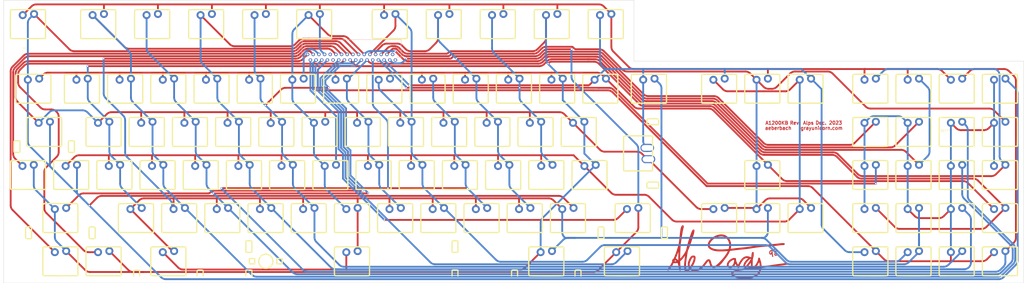
<source format=kicad_pcb>
(kicad_pcb (version 20230410) (generator pcbnew)
  (title_block (title "A1200 Keyboard") (company "Adam Eberbach"))
  (layers (0 "F.Cu" signal) (31 "B.Cu" signal) (34 "B.Paste" user) (35 "F.Paste" user) (36 "B.SilkS" user "B.Silkscreen") (37 "F.SilkS" user "F.Silkscreen") (38 "B.Mask" user) (39 "F.Mask" user) (44 "Edge.Cuts" user))
  (net 0 "")
  (net 1 "/7")
  (net 2 "/15")
  (net 3 "/17")
  (net 4 "/18")
  (net 5 "/19")
  (net 6 "/20")
  (net 7 "/21")
  (net 8 "/23")
  (net 9 "/25")
  (net 10 "/26")
  (net 11 "/27")
  (net 12 "/28")
  (net 13 "/29")
  (net 14 "/30")
  (net 15 "/6")
  (net 16 "/5")
  (net 17 "/16")
  (net 18 "/22")
  (net 19 "/8")
  (net 20 "/1")
  (net 21 "/10")
  (net 22 "/2")
  (net 23 "/11")
  (net 24 "/3")
  (net 25 "/12")
  (net 26 "/4")
  (net 27 "/13")
  (net 28 "/14")
  (net 29 "/31")
  (net 30 "/9")
  (net 32 "/24")
  (footprint "Switch_Alps_Only:BIG_ALPS-1U" (layer "F.Cu") (at 60.8588 85.6116)
    (fp_text reference "K1")
    (fp_text value "ESC")
  )
  (footprint "Switch_Alps_Only:BIG_ALPS-1.25U" (layer "F.Cu") (at 91.68805 85.5954)
    (fp_text reference "K2")
    (fp_text value "F1")
  )
  (footprint "Switch_Alps_Only:BIG_ALPS-1.25U" (layer "F.Cu") (at 115.50055 85.5836)
    (fp_text reference "K3")
    (fp_text value "F2")
  )
  (footprint "Switch_Alps_Only:BIG_ALPS-1.25U" (layer "F.Cu") (at 139.31305 85.5954)
    (fp_text reference "K4")
    (fp_text value "F3")
  )
  (footprint "Switch_Alps_Only:BIG_ALPS-1.25U" (layer "F.Cu") (at 163.12555 85.5954)
    (fp_text reference "K5")
    (fp_text value "F4")
  )
  (footprint "Switch_Alps_Only:BIG_ALPS-1.25U" (layer "F.Cu") (at 186.93805 85.5836)
    (fp_text reference "K6")
    (fp_text value "F5")
  )
  (footprint "Switch_Alps_Only:BIG_ALPS-1.25U" (layer "F.Cu") (at 220.27555 85.5954)
    (fp_text reference "K7")
    (fp_text value "F6")
  )
  (footprint "Switch_Alps_Only:BIG_ALPS-1.25U" (layer "F.Cu") (at 244.08805 85.5954)
    (fp_text reference "K8")
    (fp_text value "F7")
  )
  (footprint "Switch_Alps_Only:BIG_ALPS-1.25U" (layer "F.Cu") (at 267.90055 85.5954)
    (fp_text reference "K9")
    (fp_text value "F8")
  )
  (footprint "Switch_Alps_Only:BIG_ALPS-1.25U" (layer "F.Cu") (at 291.71305 85.5954)
    (fp_text reference "K10")
    (fp_text value "F9")
  )
  (footprint "Switch_Alps_Only:BIG_ALPS-1.25U" (layer "F.Cu") (at 315.52555 85.5954)
    (fp_text reference "K11")
    (fp_text value "F10")
  )
  (footprint "Switch_Alps_Only:BIG_ALPS-1U" (layer "F.Cu") (at 365.5318 114.1704)
    (fp_text reference "K27")
    (fp_text value "DEL")
  )
  (footprint "Switch_Alps_Only:BIG_ALPS-1U" (layer "F.Cu") (at 432.2068 114.1704)
    (fp_text reference "K29")
    (fp_text value "NUM_(")
  )
  (footprint "Switch_Alps_Only:BIG_ALPS-1U" (layer "F.Cu") (at 451.2568 114.1704)
    (fp_text reference "K30")
    (fp_text value "NUM_)")
  )
  (footprint "Switch_Alps_Only:BIG_ALPS-1U" (layer "F.Cu") (at 470.3068 114.1704)
    (fp_text reference "K31")
    (fp_text value "NUM_DIV")
  )
  (footprint "Switch_Alps_Only:BIG_ALPS-1U" (layer "F.Cu") (at 489.3568 114.1704)
    (fp_text reference "K32")
    (fp_text value "NUM_MULT")
  )
  (footprint "Switch_Alps_Only:BIG_ALPS-1U" (layer "F.Cu") (at 432.2068 133.2204)
    (fp_text reference "K47")
    (fp_text value "NUM_7")
  )
  (footprint "Switch_Alps_Only:BIG_ALPS-1U" (layer "F.Cu") (at 451.2568 133.2204)
    (fp_text reference "K48")
    (fp_text value "NUM_8")
  )
  (footprint "Switch_Alps_Only:BIG_ALPS-1U" (layer "F.Cu") (at 470.3068 133.2204)
    (fp_text reference "K49")
    (fp_text value "NUM_9")
  )
  (footprint "Switch_Alps_Only:BIG_ALPS-1U" (layer "F.Cu") (at 489.3568 133.2204)
    (fp_text reference "K50")
    (fp_text value "NUM_MINUS")
  )
  (footprint "Switch_Alps_Only:BIG_ALPS-1U" (layer "F.Cu") (at 384.5818 152.2704)
    (fp_text reference "K65")
    (fp_text value "UP")
  )
  (footprint "Switch_Alps_Only:BIG_ALPS-1U" (layer "F.Cu") (at 432.2068 152.2704)
    (fp_text reference "K66")
    (fp_text value "NUM_4")
  )
  (footprint "Switch_Alps_Only:BIG_ALPS-1U" (layer "F.Cu") (at 451.2568 152.2704)
    (fp_text reference "K67")
    (fp_text value "NUM_5")
  )
  (footprint "Switch_Alps_Only:BIG_ALPS-1U" (layer "F.Cu") (at 470.3068 152.2704)
    (fp_text reference "K68")
    (fp_text value "NUM_6")
  )
  (footprint "Switch_Alps_Only:BIG_ALPS-1U" (layer "F.Cu") (at 489.3568 152.2704)
    (fp_text reference "K69")
    (fp_text value "NUM_PLUS")
  )
  (footprint "Switch_Alps_Only:BIG_ALPS-1U" (layer "F.Cu") (at 365.5318 171.3204)
    (fp_text reference "K83")
    (fp_text value "LEFT")
  )
  (footprint "Switch_Alps_Only:BIG_ALPS-1U" (layer "F.Cu") (at 384.5818 171.3204)
    (fp_text reference "K84")
    (fp_text value "DOWN")
  )
  (footprint "Switch_Alps_Only:BIG_ALPS-1U" (layer "F.Cu") (at 403.6318 171.3204)
    (fp_text reference "K85")
    (fp_text value "RIGHT")
  )
  (footprint "Switch_Alps_Only:BIG_ALPS-1U" (layer "F.Cu") (at 432.2068 171.3204)
    (fp_text reference "K86")
    (fp_text value "NUM_1")
  )
  (footprint "Switch_Alps_Only:BIG_ALPS-1U" (layer "F.Cu") (at 451.2568 171.3204)
    (fp_text reference "K87")
    (fp_text value "NUM_2")
  )
  (footprint "Switch_Alps_Only:BIG_ALPS-1U" (layer "F.Cu") (at 470.3068 171.3204)
    (fp_text reference "K88")
    (fp_text value "NUM_3")
  )
  (footprint "Switch_Alps_Only:BIG_ALPS-1U" (layer "F.Cu") (at 489.3568 190.3704)
    (fp_text reference "K89")
    (fp_text value "NUM_ENTER")
  )
  (footprint "Switch_Alps_Only:BIG_ALPS-1U" (layer "F.Cu") (at 432.2068 190.3704)
    (fp_text reference "K95")
    (fp_text value "NUM_0")
  )
  (footprint "Switch_Alps_Only:BIG_ALPS-1U" (layer "F.Cu") (at 470.3068 190.3704)
    (fp_text reference "K96")
    (fp_text value "NUM_DECIMAL")
  )
  (footprint "Switch_Alps_Only:BIG_ALPS-1U" (layer "F.Cu") (at 384.5818 114.1704)
    (fp_text reference "K28")
    (fp_text value "HELP")
  )
  (footprint "MountingHole:MountingHole_3.2mm_M3" (layer "F.Cu") (at 57.811 100.673)
    (fp_text reference "REF**")
    (fp_text value "MountingHole_3.2mm_M3")
  )
  (footprint "MountingHole:MountingHole_3.2mm_M3" (layer "F.Cu") (at 57.8612 168.9608)
    (fp_text reference "REF**" hide)
    (fp_text value "MountingHole_3.2mm_M3")
  )
  (footprint "MountingHole:MountingHole_3.2mm_M3" (layer "F.Cu") (at 465.354 136.995)
    (fp_text reference "REF**")
    (fp_text value "MountingHole_3.2mm_M3")
  )
  (footprint "Switch_Alps_Only:BIG_ALPS-1.75U" (layer "F.Cu") (at 67.87555 133.2204)
    (fp_text reference "K33")
    (fp_text value "TAB")
  )
  (footprint "Switch_Alps_Only:BIG_ALPS-2U" (layer "F.Cu") (at 122.6443 190.3704)
    (fp_text reference "K92")
    (fp_text value "SPACE")
  )
  (footprint "Switch_Alps_Only:BIG_ALPS-1U" (layer "F.Cu") (at 141.6943 114.1704)
    (fp_text reference "K16")
    (fp_text value "4")
  )
  (footprint "Switch_Alps_Only:BIG_ALPS-1U" (layer "F.Cu") (at 84.5443 114.1704)
    (fp_text reference "K13")
    (fp_text value "1")
  )
  (footprint "Switch_Alps_Only:BIG_ALPS-1U" (layer "F.Cu") (at 236.9443 114.1704)
    (fp_text reference "K21")
    (fp_text value "9")
  )
  (footprint "Switch_Alps_Only:BIG_ALPS-1U" (layer "F.Cu") (at 198.8443 114.1704)
    (fp_text reference "K19")
    (fp_text value "7")
  )
  (footprint "Switch_Alps_Only:BIG_ALPS-1U" (layer "F.Cu") (at 103.5943 114.1704)
    (fp_text reference "K14")
    (fp_text value "2")
  )
  (footprint "Switch_Alps_Only:BIG_ALPS-1U" (layer "F.Cu") (at 275.0443 114.1704)
    (fp_text reference "K23")
    (fp_text value "MINUS")
  )
  (footprint "Switch_Alps_Only:BIG_ALPS-1U" (layer "F.Cu") (at 160.7443 114.1704)
    (fp_text reference "K17")
    (fp_text value "5")
  )
  (footprint "Switch_Alps_Only:BIG_ALPS-1U" (layer "F.Cu") (at 217.8943 114.1704)
    (fp_text reference "K20")
    (fp_text value "8")
  )
  (footprint "Switch_Alps_Only:BIG_ALPS-1U" (layer "F.Cu") (at 179.7943 114.1704)
    (fp_text reference "K18")
    (fp_text value "6")
  )
  (footprint "Switch_Alps_Only:BIG_ALPS-1U" (layer "F.Cu") (at 122.6443 114.1704)
    (fp_text reference "K15")
    (fp_text value "3")
  )
  (footprint "Switch_Alps_Only:BIG_ALPS-1U" (layer "F.Cu") (at 329.8693 142.7804 -90)
    (fp_text reference "K46")
    (fp_text value "RETURN")
  )
  (footprint "Switch_Alps_Only:BIG_ALPS-1U" (layer "F.Cu") (at 232.1818 152.2704)
    (fp_text reference "K60")
    (fp_text value "K")
  )
  (footprint "Switch_Alps_Only:BIG_ALPS-1U" (layer "F.Cu") (at 255.9943 114.1704)
    (fp_text reference "K22")
    (fp_text value "0")
  )
  (footprint "Switch_Alps_Only:BIG_ALPS-1U" (layer "F.Cu") (at 98.8318 152.2704)
    (fp_text reference "K53")
    (fp_text value "A")
  )
  (footprint "Switch_Alps_Only:BIG_ALPS-1U" (layer "F.Cu") (at 117.8818 152.2704)
    (fp_text reference "K54")
    (fp_text value "S")
  )
  (footprint "Switch_Alps_Only:BIG_ALPS-1U" (layer "F.Cu") (at 308.6358 152.30165)
    (fp_text reference "K64")
    (fp_text value "R.BLANK")
  )
  (footprint "Switch_Alps_Only:BIG_ALPS-1U" (layer "F.Cu") (at 194.0818 152.2704)
    (fp_text reference "K58")
    (fp_text value "H")
  )
  (footprint "Switch_Alps_Only:BIG_ALPS-1U" (layer "F.Cu") (at 213.1318 152.2704)
    (fp_text reference "K59")
    (fp_text value "J")
  )
  (footprint "Switch_Alps_Only:BIG_ALPS-1U" (layer "F.Cu") (at 303.6193 133.2204)
    (fp_text reference "K45")
    (fp_text value "R.CURLY")
  )
  (footprint "Switch_Alps_Only:BIG_ALPS-1U" (layer "F.Cu") (at 289.5858 152.2704)
    (fp_text reference "K63")
    (fp_text value "\"")
  )
  (footprint "Switch_Alps_Only:BIG_ALPS-1U" (layer "F.Cu") (at 270.5358 152.2704)
    (fp_text reference "K62")
    (fp_text value "COLON")
  )
  (footprint "Switch_Alps_Only:BIG_ALPS-1U" (layer "F.Cu") (at 136.9318 152.2704)
    (fp_text reference "K55")
    (fp_text value "D")
  )
  (footprint "Switch_Alps_Only:BIG_ALPS-1U" (layer "F.Cu") (at 251.2318 152.2704)
    (fp_text reference "K61")
    (fp_text value "L")
  )
  (footprint "Switch_Alps_Only:BIG_ALPS-1U" (layer "F.Cu") (at 175.0318 152.2704)
    (fp_text reference "K57")
    (fp_text value "G")
  )
  (footprint "Switch_Alps_Only:BIG_ALPS-1U" (layer "F.Cu") (at 155.9818 152.2704)
    (fp_text reference "K56")
    (fp_text value "F")
  )
  (footprint "Switch_Alps_Only:BIG_ALPS-1U" (layer "F.Cu") (at 94.0693 133.2204)
    (fp_text reference "K34")
    (fp_text value "Q")
  )
  (footprint "Switch_Alps_Only:BIG_ALPS-1U" (layer "F.Cu") (at 208.3693 133.2204)
    (fp_text reference "K40")
    (fp_text value "U")
  )
  (footprint "Switch_Alps_Only:BIG_ALPS-1U" (layer "F.Cu") (at 189.3193 133.2204)
    (fp_text reference "K39")
    (fp_text value "Y")
  )
  (footprint "Switch_Alps_Only:BIG_ALPS-1U" (layer "F.Cu") (at 246.4693 133.2204)
    (fp_text reference "K42")
    (fp_text value "O")
  )
  (footprint "Switch_Alps_Only:BIG_ALPS-1.25U" (layer "F.Cu") (at 334.57555 114.1704)
    (fp_text reference "K26")
    (fp_text value "BS")
  )
  (footprint "Switch_Alps_Only:BIG_ALPS-1U" (layer "F.Cu") (at 132.1693 133.2204)
    (fp_text reference "K36")
    (fp_text value "E")
  )
  (footprint "Switch_Alps_Only:BIG_ALPS-1U" (layer "F.Cu") (at 313.1443 114.1704)
    (fp_text reference "K25")
    (fp_text value "PIPE")
  )
  (footprint "Switch_Alps_Only:BIG_ALPS-1U" (layer "F.Cu") (at 284.5693 133.2204)
    (fp_text reference "K44")
    (fp_text value "L.CURLY")
  )
  (footprint "Switch_Alps_Only:BIG_ALPS-1U" (layer "F.Cu") (at 227.4193 133.2204)
    (fp_text reference "K41")
    (fp_text value "I")
  )
  (footprint "Switch_Alps_Only:BIG_ALPS-1U" (layer "F.Cu") (at 113.1193 133.2204)
    (fp_text reference "K35")
    (fp_text value "W")
  )
  (footprint "Switch_Alps_Only:BIG_ALPS-1U" (layer "F.Cu") (at 170.2693 133.2992)
    (fp_text reference "K38")
    (fp_text value "T")
  )
  (footprint "Switch_Alps_Only:BIG_ALPS-1U" (layer "F.Cu") (at 294.0943 114.1704)
    (fp_text reference "K24")
    (fp_text value "PLUS")
  )
  (footprint "Switch_Alps_Only:BIG_ALPS-1U" (layer "F.Cu") (at 151.2193 133.2204)
    (fp_text reference "K37")
    (fp_text value "R")
  )
  (footprint "Switch_Alps_Only:BIG_ALPS-1U" (layer "F.Cu") (at 265.5193 133.2204)
    (fp_text reference "K43")
    (fp_text value "P")
  )
  (footprint "Switch_Alps_Only:BIG_ALPS-1U" (layer "F.Cu") (at 322.6693 190.3704)
    (fp_text reference "K94")
    (fp_text value "R.ALT")
  )
  (footprint "Switch_Alps_Only:BIG_ALPS-1U" (layer "F.Cu") (at 94.0693 190.3704)
    (fp_text reference "K91")
    (fp_text value "L.AMIGA")
  )
  (footprint "Switch_Alps_Only:BIG_ALPS-2.5U" (layer "F.Cu") (at 75.0193 171.3204)
    (fp_text reference "K70")
    (fp_text value "L.SHIFT")
  )
  (footprint "Switch_Alps_Only:BIG_ALPS-1U" (layer "F.Cu") (at 79.7818 152.2704)
    (fp_text reference "K52")
    (fp_text value "CAPSLOCK")
  )
  (footprint "Switch_Alps_Only:BIG_ALPS-1.25U" (layer "F.Cu") (at 63.11305 114.1704)
    (fp_text reference "K12")
    (fp_text value "TILDE")
  )
  (footprint "Switch_Alps_Only:BIG_ALPS-1U" (layer "F.Cu") (at 75.0193 190.3704)
    (fp_text reference "K90")
    (fp_text value "L.ALT")
  )
  (footprint "Switch_Alps_Only:BIG_ALPS-2U" (layer "F.Cu") (at 327.4318 171.3204)
    (fp_text reference "K82")
    (fp_text value "R.SHIFT")
  )
  (footprint "Switch_Alps_Only:BIG_ALPS-1U" (layer "F.Cu") (at 60.7318 152.2704)
    (fp_text reference "K51")
    (fp_text value "CTRL")
  )
  (footprint "Switch_Alps_Only:BIG_ALPS-1U" (layer "F.Cu") (at 108.3568 171.3204)
    (fp_text reference "K72")
    (fp_text value "Z")
  )
  (footprint "Switch_Alps_Only:BIG_ALPS-1U" (layer "F.Cu") (at 127.4068 171.3204)
    (fp_text reference "K73")
    (fp_text value "X")
  )
  (footprint "Switch_Alps_Only:BIG_ALPS-1U" (layer "F.Cu") (at 222.6568 171.3204)
    (fp_text reference "K78")
    (fp_text value "M")
  )
  (footprint "Switch_Alps_Only:BIG_ALPS-1U" (layer "F.Cu") (at 260.7508 171.3424)
    (fp_text reference "K80")
    (fp_text value "L.CROC")
  )
  (footprint "Switch_Alps_Only:BIG_ALPS-1U" (layer "F.Cu") (at 184.5568 171.3204)
    (fp_text reference "K76")
    (fp_text value "B")
  )
  (footprint "Switch_Alps_Only:BIG_ALPS-1U" (layer "F.Cu") (at 298.8568 171.3204)
    (fp_text reference "K71")
    (fp_text value "L.BLANK")
  )
  (footprint "Switch_Alps_Only:BIG_ALPS-1U" (layer "F.Cu") (at 279.8068 171.3204)
    (fp_text reference "K81")
    (fp_text value "QUESTION")
  )
  (footprint "Switch_Alps_Only:BIG_ALPS-1U" (layer "F.Cu") (at 241.7108 171.3224)
    (fp_text reference "K79")
    (fp_text value "R.CROC")
  )
  (footprint "Switch_Alps_Only:BIG_ALPS-1U" (layer "F.Cu") (at 146.4568 171.3204)
    (fp_text reference "K74")
    (fp_text value "C")
  )
  (footprint "Switch_Alps_Only:BIG_ALPS-1U" (layer "F.Cu") (at 165.5068 171.3204)
    (fp_text reference "K75")
    (fp_text value "V")
  )
  (footprint "Switch_Alps_Only:BIG_ALPS-1U" (layer "F.Cu") (at 203.6068 171.3204)
    (fp_text reference "K77")
    (fp_text value "N")
  )
  (footprint "Switch_Alps_Only:BIG_ALPS-1U" (layer "F.Cu") (at 329.8693 142.7804 -90)
    (fp_text reference "K101")
    (fp_text value "RETURN")
  )
  (footprint "Switch_Alps_Only:BIG_ALPS-1U" (layer "F.Cu") (at 451.2568 190.3704)
    (fp_text reference "K100")
    (fp_text value "R.CROC")
  )
  (footprint "Plate:plate 2000" (layer "F.Cu") (at 275.0493 137.9504)
    (fp_text reference "G***" hide)
    (fp_text value "LOGO" hide)
  )
  (footprint "Alectardy98:Alectardy98 (3) Silk" (layer "F.Cu") (at 368.693729 186.195511)
    (fp_text reference "G***" hide)
    (fp_text value "LOGO" hide)
  )
  (footprint "Switch_Alps_Only:BIG_ALPS-2.5U" (layer "F.Cu") (at 289.3318 190.3704)
    (fp_text reference "K98")
    (fp_text value "SPACE")
  )
  (footprint "Switch_Alps_Only:Big_ALPS-6.5U" (layer "F.Cu") (at 203.6068 190.40165)
    (fp_text reference "K97")
    (fp_text value "SPACE")
  )
  (footprint "Switch_Alps_Only:BIG_ALPS-1U" (layer "F.Cu") (at 403.6318 114.1704)
    (fp_text reference "K93")
    (fp_text value "DEL")
  )
  (footprint "Switch_Alps_Only:BIG_ALPS-1U" (layer "F.Cu") (at 489.3568 171.3204)
    (fp_text reference "K99")
    (fp_text value "PLUS")
  )
  (footprint "Connector_FFC-FPC:FFC-1.25mm-RA-5204403245" (layer "B.Cu") (at 202.7668 100.2124)
    (fp_text reference "J1")
    (fp_text value "Conn_01x32_Female")
  )
  (gr_line (start 50 75) (end 328 75) (stroke (width 0.15)) (layer "Edge.Cuts"))
  (gr_line (start 50 75) (end 50 200) (stroke (width 0.15)) (layer "Edge.Cuts"))
  (gr_line (start 328 102) (end 500 102) (stroke (width 0.15)) (layer "Edge.Cuts"))
  (gr_line (start 50 200) (end 500 200) (stroke (width 0.15)) (layer "Edge.Cuts"))
  (gr_line (start 500 102) (end 500 200) (stroke (width 0.15)) (layer "Edge.Cuts"))
  (gr_line (start 328 75) (end 328 102) (stroke (width 0.15)) (layer "Edge.Cuts"))
  (gr_text "grayunicorn.com" (at 410.77555 131.53765) (layer "F.Cu") (effects (font (size 1.5 1.5) (thickness 0.3))))
  (gr_text "A1200KB" (at 391.02725 129.25165) (layer "F.Cu") (effects (font (size 1.5 1.5) (thickness 0.3))))
  (gr_text "Dec. 2023" (at 413.95055 129.20085) (layer "F.Cu") (effects (font (size 1.5 1.5) (thickness 0.3))))
  (gr_text "Rev. Alps" (at 402.0443 129.25165) (layer "F.Cu") (effects (font (size 1.5 1.5) (thickness 0.3))))
  (gr_text "aeberbach" (at 391.66225 131.53765) (layer "F.Cu") (effects (font (size 1.5 1.5) (thickness 0.3))))
  (segment (start 217.77555 81.5954) (end 217.77555 76.9829) (width 0.8) (layer "F.Cu") (net 1))
  (segment (start 189.43805 76.9829) (end 189.3193 76.86415) (width 0.8) (layer "F.Cu") (net 1))
  (segment (start 189.3193 76.86415) (end 217.8943 76.86415) (width 0.8) (layer "F.Cu") (net 1))
  (segment (start 270.2818 76.86415) (end 294.0943 76.86415) (width 0.8) (layer "F.Cu") (net 1))
  (segment (start 463.95423 106.31783) (end 467.8068 110.1704) (width 0.8) (layer "F.Cu") (net 1))
  (segment (start 387.0818 105.5579) (end 386.96305 105.43915) (width 0.8) (layer "F.Cu") (net 1))
  (segment (start 318.02555 81.0954) (end 318.02555 95.584009) (width 0.8) (layer "F.Cu") (net 1))
  (segment (start 246.58805 81.0954) (end 246.58805 76.9829) (width 0.8) (layer "F.Cu") (net 1))
  (segment (start 141.81305 76.9829) (end 141.6943 76.86415) (width 0.8) (layer "F.Cu") (net 1))
  (segment (start 94.0693 76.86415) (end 117.8818 76.86415) (width 0.8) (layer "F.Cu") (net 1))
  (segment (start 94.18805 81.0954) (end 94.18805 76.9829) (width 0.8) (layer "F.Cu") (net 1))
  (segment (start 165.62555 81.0954) (end 165.62555 76.9829) (width 0.8) (layer "F.Cu") (net 1))
  (segment (start 294.0943 76.86415) (end 312.551659 76.86415) (width 0.8) (layer "F.Cu") (net 1))
  (segment (start 448.7568 110.1704) (end 448.7568 105.5579) (width 0.8) (layer "F.Cu") (net 1))
  (segment (start 327.880691 105.43915) (end 386.96305 105.43915) (width 0.8) (layer "F.Cu") (net 1))
  (segment (start 270.40055 81.0954) (end 270.40055 76.9829) (width 0.8) (layer "F.Cu") (net 1))
  (segment (start 141.6943 76.86415) (end 165.5068 76.86415) (width 0.8) (layer "F.Cu") (net 1))
  (segment (start 387.0818 109.6704) (end 387.0818 105.5579) (width 0.8) (layer "F.Cu") (net 1))
  (segment (start 429.82555 105.43915) (end 448.87555 105.43915) (width 0.8) (layer "F.Cu") (net 1))
  (segment (start 165.62555 76.9829) (end 165.5068 76.86415) (width 0.8) (layer "F.Cu") (net 1))
  (segment (start 294.21305 81.0954) (end 294.21305 76.9829) (width 0.8) (layer "F.Cu") (net 1))
  (segment (start 318.90423 97.70533) (end 325.759371 104.560471) (width 0.8) (layer "F.Cu") (net 1))
  (segment (start 246.58805 76.9829) (end 246.4693 76.86415) (width 0.8) (layer "F.Cu") (net 1))
  (segment (start 217.77555 76.9829) (end 217.8943 76.86415) (width 0.8) (layer "F.Cu") (net 1))
  (segment (start 429.7068 105.5579) (end 429.82555 105.43915) (width 0.8) (layer "F.Cu") (net 1))
  (segment (start 217.8943 76.86415) (end 246.4693 76.86415) (width 0.8) (layer "F.Cu") (net 1))
  (segment (start 448.7568 105.5579) (end 448.87555 105.43915) (width 0.8) (layer "F.Cu") (net 1))
  (segment (start 64.348891 76.86415) (end 94.0693 76.86415) (width 0.8) (layer "F.Cu") (net 1))
  (segment (start 118.00055 76.9829) (end 117.8818 76.86415) (width 0.8) (layer "F.Cu") (net 1))
  (segment (start 294.21305 76.9829) (end 294.0943 76.86415) (width 0.8) (layer "F.Cu") (net 1))
  (segment (start 165.5068 76.86415) (end 189.3193 76.86415) (width 0.8) (layer "F.Cu") (net 1))
  (segment (start 141.81305 81.0954) (end 141.81305 76.9829) (width 0.8) (layer "F.Cu") (net 1))
  (segment (start 117.8818 76.86415) (end 141.6943 76.86415) (width 0.8) (layer "F.Cu") (net 1))
  (segment (start 314.67298 77.74283) (end 318.02555 81.0954) (width 0.8) (layer "F.Cu") (net 1))
  (segment (start 386.96305 105.43915) (end 429.82555 105.43915) (width 0.8) (layer "F.Cu") (net 1))
  (segment (start 118.00055 81.0836) (end 118.00055 76.9829) (width 0.8) (layer "F.Cu") (net 1))
  (segment (start 189.43805 81.0836) (end 189.43805 76.9829) (width 0.8) (layer "F.Cu") (net 1))
  (segment (start 270.40055 76.9829) (end 270.2818 76.86415) (width 0.8) (layer "F.Cu") (net 1))
  (segment (start 429.7068 110.1704) (end 429.7068 105.5579) (width 0.8) (layer "F.Cu") (net 1))
  (segment (start 448.87555 105.43915) (end 461.832909 105.43915) (width 0.8) (layer "F.Cu") (net 1))
  (segment (start 58.3588 81.6116) (end 62.227571 77.742829) (width 0.8) (layer "F.Cu") (net 1))
  (segment (start 246.4693 76.86415) (end 270.2818 76.86415) (width 0.8) (layer "F.Cu") (net 1))
  (segment (start 94.18805 76.9829) (end 94.0693 76.86415) (width 0.8) (layer "F.Cu") (net 1))
  (arc (start 314.67298 77.74283) (mid 313.69971 77.092511) (end 312.551659 76.86415) (width 0.8) (layer "F.Cu") (net 1))
  (arc (start 325.759371 104.560471) (mid 326.732641 105.210789) (end 327.880691 105.43915) (width 0.8) (layer "F.Cu") (net 1))
  (arc (start 318.02555 95.584009) (mid 318.253912 96.73206) (end 318.90423 97.70533) (width 0.8) (layer "F.Cu") (net 1))
  (arc (start 463.95423 106.31783) (mid 462.98096 105.667511) (end 461.832909 105.43915) (width 0.8) (layer "F.Cu") (net 1))
  (arc (start 62.227571 77.742829) (mid 63.200841 77.092511) (end 64.348891 76.86415) (width 0.8) (layer "F.Cu") (net 1))
  (segment (start 189.43805 81.0836) (end 189.43805 95.641009) (width 0.8) (layer "B.Cu") (net 1))
  (segment (start 190.31673 97.76233) (end 191.5168 98.9624) (width 0.8) (layer "B.Cu") (net 1))
  (arc (start 190.31673 97.76233) (mid 189.666411 96.78906) (end 189.43805 95.641009) (width 0.8) (layer "B.Cu") (net 1))
  (segment (start 301.3568 166.8204) (end 296.904729 162.368329) (width 0.8) (layer "F.Cu") (net 2))
  (segment (start 197.63548 95.08108) (end 201.5168 98.9624) (width 0.8) (layer "F.Cu") (net 2))
  (segment (start 63.3588 81.1116) (end 78.92892 96.68172) (width 0.8) (layer "F.Cu") (net 2))
  (segment (start 183.262726 94.2024) (end 195.514159 94.2024) (width 0.8) (layer "F.Cu") (net 2))
  (segment (start 180.731941 95.515601) (end 180.731941 95.490544) (width 0.8) (layer "F.Cu") (net 2))
  (segment (start 294.783409 161.48965) (end 93.236441 161.48965) (width 0.8) (layer "F.Cu") (net 2))
  (segment (start 81.050241 97.5604) (end 177.444501 97.5604) (width 0.8) (layer "F.Cu") (net 2))
  (segment (start 179.565821 96.681721) (end 180.731941 95.515601) (width 0.8) (layer "F.Cu") (net 2))
  (segment (start 91.11512 162.36833) (end 87.7193 165.76415) (width 0.8) (layer "F.Cu") (net 2))
  (segment (start 180.731941 95.490544) (end 181.141406 95.081079) (width 0.8) (layer "F.Cu") (net 2))
  (via (at 87.7193 165.76415) (size 0.8) (drill 0.6) (layers "F.Cu" "B.Cu") (net 2))
  (arc (start 177.444501 97.5604) (mid 178.592551 97.332039) (end 179.565821 96.681721) (width 0.8) (layer "F.Cu") (net 2))
  (arc (start 78.92892 96.68172) (mid 79.90219 97.332038) (end 81.050241 97.5604) (width 0.8) (layer "F.Cu") (net 2))
  (arc (start 93.236441 161.48965) (mid 92.08839 161.718012) (end 91.11512 162.36833) (width 0.8) (layer "F.Cu") (net 2))
  (arc (start 181.141406 95.081079) (mid 182.114676 94.430761) (end 183.262726 94.2024) (width 0.8) (layer "F.Cu") (net 2))
  (arc (start 294.783409 161.48965) (mid 295.931459 161.718011) (end 296.904729 162.368329) (width 0.8) (layer "F.Cu") (net 2))
  (arc (start 197.63548 95.08108) (mid 196.66221 94.430761) (end 195.514159 94.2024) (width 0.8) (layer "F.Cu") (net 2))
  (segment (start 496.41562 114.22922) (end 491.8568 109.6704) (width 0.8) (layer "B.Cu") (net 2))
  (segment (start 72.63805 150.6829) (end 61.491729 139.536579) (width 0.8) (layer "B.Cu") (net 2))
  (segment (start 85.33805 163.3829) (end 72.63805 150.6829) (width 0.8) (layer "B.Cu") (net 2))
  (segment (start 82.2818 160.32665) (end 85.33805 163.3829) (width 0.8) (layer "B.Cu") (net 2))
  (segment (start 70.37555 148.4204) (end 72.63805 150.6829) (width 0.8) (layer "B.Cu") (net 2))
  (segment (start 491.02923 197.42922) (end 496.415621 192.042829) (width 0.8) (layer "B.Cu") (net 2))
  (segment (start 82.2818 147.7704) (end 82.2818 160.32665) (width 0.8) (layer "B.Cu") (net 2))
  (segment (start 85.33805 163.3829) (end 87.7193 165.76415) (width 0.8) (layer "B.Cu") (net 2))
  (segment (start 121.505691 198.3079) (end 488.907909 198.3079) (width 0.8) (layer "B.Cu") (net 2))
  (segment (start 87.7193 165.76415) (end 119.384371 197.429221) (width 0.8) (layer "B.Cu") (net 2))
  (segment (start 60.61305 137.415259) (end 60.61305 110.1704) (width 0.8) (layer "B.Cu") (net 2))
  (segment (start 61.49173 82.97867) (end 63.3588 81.1116) (width 0.8) (layer "B.Cu") (net 2))
  (segment (start 70.37555 128.7204) (end 70.37555 148.4204) (width 0.8) (layer "B.Cu") (net 2))
  (segment (start 60.61305 110.1704) (end 60.61305 85.099991) (width 0.8) (layer "B.Cu") (net 2))
  (segment (start 497.2943 189.921509) (end 497.2943 116.350541) (width 0.8) (layer "B.Cu") (net 2))
  (arc (start 60.61305 85.099991) (mid 60.841412 83.95194) (end 61.49173 82.97867) (width 0.8) (layer "B.Cu") (net 2))
  (arc (start 488.907909 198.3079) (mid 490.05596 198.079538) (end 491.02923 197.42922) (width 0.8) (layer "B.Cu") (net 2))
  (arc (start 60.61305 137.415259) (mid 60.841411 138.563309) (end 61.491729 139.536579) (width 0.8) (layer "B.Cu") (net 2))
  (arc (start 121.505691 198.3079) (mid 120.357641 198.079539) (end 119.384371 197.429221) (width 0.8) (layer "B.Cu") (net 2))
  (arc (start 497.2943 116.350541) (mid 497.065938 115.20249) (end 496.41562 114.22922) (width 0.8) (layer "B.Cu") (net 2))
  (arc (start 496.415621 192.042829) (mid 497.065939 191.069559) (end 497.2943 189.921509) (width 0.8) (layer "B.Cu") (net 2))
  (segment (start 203.73355 98.9624) (end 203.6068 99.08915) (width 0.8) (layer "F.Cu") (net 3))
  (segment (start 187.734099 93.100601) (end 196.479234 93.100601) (width 0.8) (layer "F.Cu") (net 3))
  (segment (start 198.600555 93.979281) (end 203.6068 98.985526) (width 0.8) (layer "F.Cu") (net 3))
  (segment (start 187.7318 93.1029) (end 187.734099 93.100601) (width 0.8) (layer "F.Cu") (net 3))
  (segment (start 105.296191 96.4609) (end 176.989073 96.4609) (width 0.8) (layer "F.Cu") (net 3))
  (segment (start 179.632441 95.060173) (end 179.632441 95.035116) (width 0.8) (layer "F.Cu") (net 3))
  (segment (start 89.18805 81.5954) (end 103.17487 95.58222) (width 0.8) (layer "F.Cu") (net 3))
  (segment (start 203.6068 99.08915) (end 203.6068 98.985526) (width 0.8) (layer "F.Cu") (net 3))
  (segment (start 179.632441 95.035116) (end 180.685978 93.981579) (width 0.8) (layer "F.Cu") (net 3))
  (segment (start 182.807298 93.1029) (end 187.7318 93.1029) (width 0.8) (layer "F.Cu") (net 3))
  (segment (start 179.110394 95.58222) (end 179.632441 95.060173) (width 0.8) (layer "F.Cu") (net 3))
  (arc (start 103.17487 95.58222) (mid 104.14814 96.232539) (end 105.296191 96.4609) (width 0.8) (layer "F.Cu") (net 3))
  (arc (start 196.479234 93.100601) (mid 197.627285 93.328963) (end 198.600555 93.979281) (width 0.8) (layer "F.Cu") (net 3))
  (arc (start 179.110394 95.58222) (mid 178.137124 96.232539) (end 176.989073 96.4609) (width 0.8) (layer "F.Cu") (net 3))
  (arc (start 182.807298 93.1029) (mid 181.659248 93.331261) (end 180.685978 93.981579) (width 0.8) (layer "F.Cu") (net 3))
  (segment (start 121.26048 158.17408) (end 129.9068 166.8204) (width 0.8) (layer "B.Cu") (net 3))
  (segment (start 496.1948 189.466081) (end 496.1948 184.957291) (width 0.8) (layer "B.Cu") (net 3))
  (segment (start 490.573802 196.32972) (end 495.316121 191.587401) (width 0.8) (layer "B.Cu") (net 3))
  (segment (start 106.97298 120.07408) (end 115.6193 128.7204) (width 0.8) (layer "B.Cu") (net 3))
  (segment (start 474.37762 130.29122) (end 472.8068 128.7204) (width 0.8) (layer "B.Cu") (net 3))
  (segment (start 161.537441 197.2084) (end 488.452481 197.2084) (width 0.8) (layer "B.Cu") (net 3))
  (segment (start 106.0943 109.6704) (end 106.0943 99.744291) (width 0.8) (layer "B.Cu") (net 3))
  (segment (start 495.31612 182.83597) (end 476.134979 163.654829) (width 0.8) (layer "B.Cu") (net 3))
  (segment (start 475.2563 161.533509) (end 475.2563 132.412541) (width 0.8) (layer "B.Cu") (net 3))
  (segment (start 105.21562 97.62297) (end 89.18805 81.5954) (width 0.8) (layer "B.Cu") (net 3))
  (segment (start 120.3818 147.7704) (end 120.3818 156.052759) (width 0.8) (layer "B.Cu") (net 3))
  (segment (start 115.6193 128.7204) (end 115.6193 141.765259) (width 0.8) (layer "B.Cu") (net 3))
  (segment (start 106.0943 109.6704) (end 106.0943 117.952759) (width 0.8) (layer "B.Cu") (net 3))
  (segment (start 116.49798 143.88658) (end 120.3818 147.7704) (width 0.8) (layer "B.Cu") (net 3))
  (segment (start 129.9068 166.8204) (end 159.416121 196.329721) (width 0.8) (layer "B.Cu") (net 3))
  (arc (start 159.416121 196.329721) (mid 160.389391 196.980039) (end 161.537441 197.2084) (width 0.8) (layer "B.Cu") (net 3))
  (arc (start 495.31612 182.83597) (mid 495.966439 183.80924) (end 496.1948 184.957291) (width 0.8) (layer "B.Cu") (net 3))
  (arc (start 106.0943 117.952759) (mid 106.322662 119.10081) (end 106.97298 120.07408) (width 0.8) (layer "B.Cu") (net 3))
  (arc (start 496.1948 189.466081) (mid 495.966439 190.614131) (end 495.316121 191.587401) (width 0.8) (layer "B.Cu") (net 3))
  (arc (start 116.49798 143.88658) (mid 115.847661 142.91331) (end 115.6193 141.765259) (width 0.8) (layer "B.Cu") (net 3))
  (arc (start 120.3818 156.052759) (mid 120.610162 157.20081) (end 121.26048 158.17408) (width 0.8) (layer "B.Cu") (net 3))
  (arc (start 474.37762 130.29122) (mid 475.027939 131.26449) (end 475.2563 132.412541) (width 0.8) (layer "B.Cu") (net 3))
  (arc (start 106.0943 99.744291) (mid 105.865938 98.59624) (end 105.21562 97.62297) (width 0.8) (layer "B.Cu") (net 3))
  (arc (start 488.452481 197.2084) (mid 489.600532 196.980038) (end 490.573802 196.32972) (width 0.8) (layer "B.Cu") (net 3))
  (arc (start 476.134979 163.654829) (mid 475.484661 162.681559) (end 475.2563 161.533509) (width 0.8) (layer "B.Cu") (net 3))
  (segment (start 210.5683 160.39015) (end 142.52655 160.39015) (width 0.8) (layer "F.Cu") (net 4))
  (segment (start 142.52655 160.39015) (end 142.416175 160.279775) (width 0.8) (layer "F.Cu") (net 4))
  (segment (start 210.75055 160.2079) (end 210.5683 160.39015) (width 0.8) (layer "F.Cu") (net 4))
  (via (at 142.416175 160.279775) (size 0.8) (drill 0.6) (layers "F.Cu" "B.Cu") (net 4))
  (via (at 210.75055 160.2079) (size 0.8) (drill 0.6) (layers "F.Cu" "B.Cu") (net 4))
  (segment (start 179.487941 196.1089) (end 487.997053 196.1089) (width 0.8) (layer "B.Cu") (net 4))
  (segment (start 140.31048 158.17408) (end 142.416175 160.279775) (width 0.8) (layer "B.Cu") (net 4))
  (segment (start 113.87923 98.40533) (end 125.1443 109.6704) (width 0.8) (layer "B.Cu") (net 4))
  (segment (start 202.93655 152.491616) (end 203.001694 152.491616) (width 0.8) (layer "B.Cu") (net 4))
  (segment (start 134.6693 128.7204) (end 134.6693 141.765259) (width 0.8) (layer "B.Cu") (net 4))
  (segment (start 200.9798 139.422366) (end 202.93655 141.379116) (width 0.8) (layer "B.Cu") (net 4))
  (segment (start 125.1443 109.6704) (end 125.1443 117.952759) (width 0.8) (layer "B.Cu") (net 4))
  (segment (start 203.001694 152.491616) (end 210.717978 160.2079) (width 0.8) (layer "B.Cu") (net 4))
  (segment (start 135.54798 143.88658) (end 139.4318 147.7704) (width 0.8) (layer "B.Cu") (net 4))
  (segment (start 139.4318 147.7704) (end 139.4318 156.052759) (width 0.8) (layer "B.Cu") (net 4))
  (segment (start 494.21662 183.291398) (end 473.685479 162.760257) (width 0.8) (layer "B.Cu") (net 4))
  (segment (start 142.416175 160.279775) (end 148.9568 166.8204) (width 0.8) (layer "B.Cu") (net 4))
  (segment (start 203.8053 102.9239) (end 197.860228 102.9239) (width 0.8) (layer "B.Cu") (net 4))
  (segment (start 197.860228 102.9239) (end 190.7643 110.019828) (width 0.8) (layer "B.Cu") (net 4))
  (segment (start 472.8068 160.638937) (end 472.8068 147.7704) (width 0.8) (layer "B.Cu") (net 4))
  (segment (start 190.7643 110.019828) (end 190.7643 112.60326) (width 0.8) (layer "B.Cu") (net 4))
  (segment (start 205.2668 101.4624) (end 203.8053 102.9239) (width 0.8) (layer "B.Cu") (net 4))
  (segment (start 190.7643 112.60326) (end 200.9798 122.81876) (width 0.8) (layer "B.Cu") (net 4))
  (segment (start 113.00055 81.5836) (end 113.00055 96.284009) (width 0.8) (layer "B.Cu") (net 4))
  (segment (start 148.9568 166.8204) (end 177.366621 195.230221) (width 0.8) (layer "B.Cu") (net 4))
  (segment (start 200.9798 122.81876) (end 200.9798 139.422366) (width 0.8) (layer "B.Cu") (net 4))
  (segment (start 210.717978 160.2079) (end 210.75055 160.2079) (width 0.8) (layer "B.Cu") (net 4))
  (segment (start 490.118374 195.23022) (end 494.216621 191.131973) (width 0.8) (layer "B.Cu") (net 4))
  (segment (start 202.93655 141.379116) (end 202.93655 152.491616) (width 0.8) (layer "B.Cu") (net 4))
  (segment (start 126.02298 120.07408) (end 134.6693 128.7204) (width 0.8) (layer "B.Cu") (net 4))
  (segment (start 495.0953 189.010653) (end 495.0953 185.412719) (width 0.8) (layer "B.Cu") (net 4))
  (arc (start 179.487941 196.1089) (mid 178.339891 195.880539) (end 177.366621 195.230221) (width 0.8) (layer "B.Cu") (net 4))
  (arc (start 494.216621 191.131973) (mid 494.866939 190.158703) (end 495.0953 189.010653) (width 0.8) (layer "B.Cu") (net 4))
  (arc (start 126.02298 120.07408) (mid 125.372661 119.10081) (end 125.1443 117.952759) (width 0.8) (layer "B.Cu") (net 4))
  (arc (start 487.997053 196.1089) (mid 489.145104 195.880538) (end 490.118374 195.23022) (width 0.8) (layer "B.Cu") (net 4))
  (arc (start 134.6693 141.765259) (mid 134.897662 142.91331) (end 135.54798 143.88658) (width 0.8) (layer "B.Cu") (net 4))
  (arc (start 472.8068 160.638937) (mid 473.035161 161.786987) (end 473.685479 162.760257) (width 0.8) (layer "B.Cu") (net 4))
  (arc (start 494.21662 183.291398) (mid 494.866939 184.264668) (end 495.0953 185.412719) (width 0.8) (layer "B.Cu") (net 4))
  (arc (start 139.4318 156.052759) (mid 139.660162 157.20081) (end 140.31048 158.17408) (width 0.8) (layer "B.Cu") (net 4))
  (arc (start 113.00055 96.284009) (mid 113.228912 97.43206) (end 113.87923 98.40533) (width 0.8) (layer "B.Cu") (net 4))
  (segment (start 184.559099 92.001101) (end 198.31286 92.001101) (width 0.8) (layer "F.Cu") (net 5))
  (segment (start 178.53273 94.48272) (end 180.133371 92.882079) (width 0.8) (layer "F.Cu") (net 5))
  (segment (start 182.254691 92.0034) (end 184.5568 92.0034) (width 0.8) (layer "F.Cu") (net 5))
  (segment (start 136.81305 81.5954) (end 149.70037 94.48272) (width 0.8) (layer "F.Cu") (net 5))
  (segment (start 151.821691 95.3614) (end 176.411409 95.3614) (width 0.8) (layer "F.Cu") (net 5))
  (segment (start 200.434181 92.879781) (end 206.5168 98.9624) (width 0.8) (layer "F.Cu") (net 5))
  (segment (start 184.5568 92.0034) (end 184.559099 92.001101) (width 0.8) (layer "F.Cu") (net 5))
  (arc (start 149.70037 94.48272) (mid 150.67364 95.133038) (end 151.821691 95.3614) (width 0.8) (layer "F.Cu") (net 5))
  (arc (start 180.133371 92.882079) (mid 181.106641 92.231761) (end 182.254691 92.0034) (width 0.8) (layer "F.Cu") (net 5))
  (arc (start 176.411409 95.3614) (mid 177.55946 95.133038) (end 178.53273 94.48272) (width 0.8) (layer "F.Cu") (net 5))
  (arc (start 200.434181 92.879781) (mid 199.460911 92.229462) (end 198.31286 92.001101) (width 0.8) (layer "F.Cu") (net 5))
  (segment (start 144.1943 109.6704) (end 144.1943 117.952759) (width 0.8) (layer "B.Cu") (net 5))
  (segment (start 137.69173 103.16783) (end 144.1943 109.6704) (width 0.8) (layer "B.Cu") (net 5))
  (segment (start 196.338941 193.9099) (end 473.6568 193.9099) (width 0.8) (layer "B.Cu") (net 5))
  (segment (start 145.07298 120.07408) (end 153.7193 128.7204) (width 0.8) (layer "B.Cu") (net 5))
  (segment (start 154.59798 143.88658) (end 158.4818 147.7704) (width 0.8) (layer "B.Cu") (net 5))
  (segment (start 153.7193 128.7204) (end 153.7193 141.765259) (width 0.8) (layer "B.Cu") (net 5))
  (segment (start 159.36048 158.17408) (end 168.0068 166.8204) (width 0.8) (layer "B.Cu") (net 5))
  (segment (start 158.4818 147.7704) (end 158.4818 156.052759) (width 0.8) (layer "B.Cu") (net 5))
  (segment (start 168.0068 166.8204) (end 194.217621 193.031221) (width 0.8) (layer "B.Cu") (net 5))
  (segment (start 472.8068 166.8204) (end 475.778121 169.791721) (width 0.8) (layer "B.Cu") (net 5))
  (segment (start 136.81305 81.5954) (end 136.81305 101.046509) (width 0.8) (layer "B.Cu") (net 5))
  (segment (start 476.6568 171.913041) (end 476.6568 190.9099) (width 0.8) (layer "B.Cu") (net 5))
  (arc (start 158.4818 156.052759) (mid 158.710162 157.20081) (end 159.36048 158.17408) (width 0.8) (layer "B.Cu") (net 5))
  (arc (start 475.778121 169.791721) (mid 476.428439 170.764991) (end 476.6568 171.913041) (width 0.8) (layer "B.Cu") (net 5))
  (arc (start 473.6568 193.9099) (mid 475.77812 193.03122) (end 476.6568 190.9099) (width 0.8) (layer "B.Cu") (net 5))
  (arc (start 145.07298 120.07408) (mid 144.422661 119.10081) (end 144.1943 117.952759) (width 0.8) (layer "B.Cu") (net 5))
  (arc (start 136.81305 101.046509) (mid 137.041412 102.19456) (end 137.69173 103.16783) (width 0.8) (layer "B.Cu") (net 5))
  (arc (start 154.59798 143.88658) (mid 153.947661 142.91331) (end 153.7193 141.765259) (width 0.8) (layer "B.Cu") (net 5))
  (arc (start 196.338941 193.9099) (mid 195.190891 193.681539) (end 194.217621 193.031221) (width 0.8) (layer "B.Cu") (net 5))
  (segment (start 172.22287 114.59808) (end 165.395525 121.425425) (width 0.8) (layer "F.Cu") (net 6))
  (segment (start 174.344191 113.7194) (end 193.28805 113.7194) (width 0.8) (layer "F.Cu") (net 6))
  (segment (start 193.28805 113.7194) (end 193.361709 113.645741) (width 0.8) (layer "F.Cu") (net 6))
  (via (at 165.395525 121.425425) (size 0.8) (drill 0.6) (layers "F.Cu" "B.Cu") (net 6))
  (via (at 193.361709 113.645741) (size 0.8) (drill 0.6) (layers "F.Cu" "B.Cu") (net 6))
  (arc (start 172.22287 114.59808) (mid 173.19614 113.947761) (end 174.344191 113.7194) (width 0.8) (layer "F.Cu") (net 6))
  (segment (start 164.12298 120.15288) (end 165.395525 121.425425) (width 0.8) (layer "B.Cu") (net 6))
  (segment (start 172.7693 128.7992) (end 172.7693 141.765259) (width 0.8) (layer "B.Cu") (net 6))
  (segment (start 205.2058 104.0234) (end 198.315656 104.0234) (width 0.8) (layer "B.Cu") (net 6))
  (segment (start 160.62555 81.5954) (end 160.62555 105.809009) (width 0.8) (layer "B.Cu") (net 6))
  (segment (start 187.93548 181.90158) (end 197.965621 191.931721) (width 0.8) (layer "B.Cu") (net 6))
  (segment (start 191.8638 112.147832) (end 193.361709 113.645741) (width 0.8) (layer "B.Cu") (net 6))
  (segment (start 200.086941 192.8104) (end 464.624159 192.8104) (width 0.8) (layer "B.Cu") (net 6))
  (segment (start 187.0568 166.8204) (end 187.0568 179.780259) (width 0.8) (layer "B.Cu") (net 6))
  (segment (start 161.50423 107.93033) (end 163.2443 109.6704) (width 0.8) (layer "B.Cu") (net 6))
  (segment (start 165.395525 121.425425) (end 172.7693 128.7992) (width 0.8) (layer "B.Cu") (net 6))
  (segment (start 191.8638 110.475256) (end 191.8638 112.147832) (width 0.8) (layer "B.Cu") (net 6))
  (segment (start 198.315656 104.0234) (end 191.8638 110.475256) (width 0.8) (layer "B.Cu") (net 6))
  (segment (start 177.5318 147.7704) (end 177.5318 156.052759) (width 0.8) (layer "B.Cu") (net 6))
  (segment (start 466.74548 191.93172) (end 472.8068 185.8704) (width 0.8) (layer "B.Cu") (net 6))
  (segment (start 178.41048 158.17408) (end 187.0568 166.8204) (width 0.8) (layer "B.Cu") (net 6))
  (segment (start 173.64798 143.88658) (end 177.5318 147.7704) (width 0.8) (layer "B.Cu") (net 6))
  (segment (start 163.2443 109.6704) (end 163.2443 118.031559) (width 0.8) (layer "B.Cu") (net 6))
  (segment (start 207.7668 101.4624) (end 205.2058 104.0234) (width 0.8) (layer "B.Cu") (net 6))
  (arc (start 161.50423 107.93033) (mid 160.853911 106.95706) (end 160.62555 105.809009) (width 0.8) (layer "B.Cu") (net 6))
  (arc (start 466.74548 191.93172) (mid 465.77221 192.582039) (end 464.624159 192.8104) (width 0.8) (layer "B.Cu") (net 6))
  (arc (start 197.965621 191.931721) (mid 198.938891 192.582039) (end 200.086941 192.8104) (width 0.8) (layer "B.Cu") (net 6))
  (arc (start 187.0568 179.780259) (mid 187.285162 180.92831) (end 187.93548 181.90158) (width 0.8) (layer "B.Cu") (net 6))
  (arc (start 172.7693 141.765259) (mid 172.997662 142.91331) (end 173.64798 143.88658) (width 0.8) (layer "B.Cu") (net 6))
  (arc (start 178.41048 158.17408) (mid 177.760161 157.20081) (end 177.5318 156.052759) (width 0.8) (layer "B.Cu") (net 6))
  (arc (start 163.2443 118.031559) (mid 163.472662 119.17961) (end 164.12298 120.15288) (width 0.8) (layer "B.Cu") (net 6))
  (segment (start 288.74702 99.771646) (end 287.438945 101.079721) (width 0.8) (layer "F.Cu") (net 7))
  (segment (start 453.7568 128.7204) (end 443.297479 139.179721) (width 0.8) (layer "F.Cu") (net 7))
  (segment (start 199.71336 90.901601) (end 194.998692 90.901601) (width 0.8) (layer "F.Cu") (net 7))
  (segment (start 192.877371 90.022921) (end 184.43805 81.5836) (width 0.8) (layer "F.Cu") (net 7))
  (segment (start 362.792121 118.50365) (end 333.849093 118.50365) (width 0.8) (layer "F.Cu") (net 7))
  (segment (start 209.0168 98.9624) (end 201.83468 91.78028) (width 0.8) (layer "F.Cu") (net 7))
  (segment (start 441.176159 140.0584) (end 386.832153 140.0584) (width 0.8) (layer "F.Cu") (net 7))
  (segment (start 384.710832 139.17972) (end 364.913441 119.382329) (width 0.8) (layer "F.Cu") (net 7))
  (segment (start 226.23487 101.07972) (end 222.6568 97.50165) (width 0.8) (layer "F.Cu") (net 7))
  (segment (start 311.753127 98.892966) (end 290.868341 98.892966) (width 0.8) (layer "F.Cu") (net 7))
  (segment (start 331.727772 117.62497) (end 313.874447 99.771645) (width 0.8) (layer "F.Cu") (net 7))
  (segment (start 285.317625 101.9584) (end 228.356191 101.9584) (width 0.8) (layer "F.Cu") (net 7))
  (via (at 222.6568 97.50165) (size 0.8) (drill 0.6) (layers "F.Cu" "B.Cu") (net 7))
  (arc (start 384.710832 139.17972) (mid 385.684102 139.830039) (end 386.832153 140.0584) (width 0.8) (layer "F.Cu") (net 7))
  (arc (start 443.297479 139.179721) (mid 442.324209 139.830039) (end 441.176159 140.0584) (width 0.8) (layer "F.Cu") (net 7))
  (arc (start 288.74702 99.771646) (mid 289.72029 99.121327) (end 290.868341 98.892966) (width 0.8) (layer "F.Cu") (net 7))
  (arc (start 364.913441 119.382329) (mid 363.940171 118.732011) (end 362.792121 118.50365) (width 0.8) (layer "F.Cu") (net 7))
  (arc (start 228.356191 101.9584) (mid 227.20814 101.730039) (end 226.23487 101.07972) (width 0.8) (layer "F.Cu") (net 7))
  (arc (start 201.83468 91.78028) (mid 200.86141 91.129962) (end 199.71336 90.901601) (width 0.8) (layer "F.Cu") (net 7))
  (arc (start 313.874447 99.771645) (mid 312.901177 99.121327) (end 311.753127 98.892966) (width 0.8) (layer "F.Cu") (net 7))
  (arc (start 194.998692 90.901601) (mid 193.850641 90.673239) (end 192.877371 90.022921) (width 0.8) (layer "F.Cu") (net 7))
  (arc (start 287.438945 101.079721) (mid 286.465675 101.730039) (end 285.317625 101.9584) (width 0.8) (layer "F.Cu") (net 7))
  (arc (start 331.727772 117.62497) (mid 332.701042 118.275289) (end 333.849093 118.50365) (width 0.8) (layer "F.Cu") (net 7))
  (segment (start 186.8193 129.2204) (end 186.8193 142.265259) (width 0.8) (layer "B.Cu") (net 7))
  (segment (start 184.43805 81.5836) (end 178.172979 87.848671) (width 0.8) (layer "B.Cu") (net 7))
  (segment (start 177.2943 89.969991) (end 177.2943 110.1704) (width 0.8) (layer "B.Cu") (net 7))
  (segment (start 192.46048 158.67408) (end 201.1068 167.3204) (width 0.8) (layer "B.Cu") (net 7))
  (segment (start 177.2943 110.1704) (end 177.2943 118.452759) (width 0.8) (layer "B.Cu") (net 7))
  (segment (start 191.5818 148.2704) (end 191.5818 156.552759) (width 0.8) (layer "B.Cu") (net 7))
  (segment (start 178.17298 120.57408) (end 186.8193 129.2204) (width 0.8) (layer "B.Cu") (net 7))
  (segment (start 187.69798 144.38658) (end 191.5818 148.2704) (width 0.8) (layer "B.Cu") (net 7))
  (segment (start 209.0168 98.9624) (end 209.599621 98.379579) (width 0.8) (layer "B.Cu") (net 7))
  (segment (start 222.6568 97.5009) (end 222.6568 97.50165) (width 0.8) (layer "B.Cu") (net 7))
  (segment (start 211.720941 97.5009) (end 222.6568 97.5009) (width 0.8) (layer "B.Cu") (net 7))
  (arc (start 186.8193 142.265259) (mid 187.047662 143.41331) (end 187.69798 144.38658) (width 0.8) (layer "B.Cu") (net 7))
  (arc (start 209.599621 98.379579) (mid 210.572891 97.729261) (end 211.720941 97.5009) (width 0.8) (layer "B.Cu") (net 7))
  (arc (start 192.46048 158.67408) (mid 191.810161 157.70081) (end 191.5818 156.552759) (width 0.8) (layer "B.Cu") (net 7))
  (arc (start 177.2943 118.452759) (mid 177.522662 119.60081) (end 178.17298 120.57408) (width 0.8) (layer "B.Cu") (net 7))
  (arc (start 177.2943 89.969991) (mid 177.522661 88.821941) (end 178.172979 87.848671) (width 0.8) (layer "B.Cu") (net 7))
  (segment (start 221.89687 88.449772) (end 211.5168 98.829842) (width 0.8) (layer "F.Cu") (net 8))
  (segment (start 222.77555 81.0954) (end 222.77555 86.328451) (width 0.8) (layer "F.Cu") (net 8))
  (arc (start 221.89687 88.449772) (mid 222.547189 87.476502) (end 222.77555 86.328451) (width 0.8) (layer "F.Cu") (net 8))
  (segment (start 453.7568 186.2829) (end 453.7568 166.8204) (width 0.8) (layer "B.Cu") (net 8))
  (segment (start 307.43198 189.73272) (end 313.059371 184.105329) (width 0.8) (layer "B.Cu") (net 8))
  (segment (start 453.7568 166.8204) (end 453.7568 185.8704) (width 0.8) (layer "B.Cu") (net 8))
  (segment (start 234.6818 147.7704) (end 234.6818 156.050759) (width 0.8) (layer "B.Cu") (net 8))
  (segment (start 269.242441 190.6114) (end 305.310659 190.6114) (width 0.8) (layer "B.Cu") (net 8))
  (segment (start 229.9193 128.7204) (end 229.9193 141.765259) (width 0.8) (layer "B.Cu") (net 8))
  (segment (start 215.3943 110.1704) (end 215.3943 112.952759) (width 0.8) (layer "B.Cu") (net 8))
  (segment (start 222.77555 81.0954) (end 229.040621 87.360471) (width 0.8) (layer "B.Cu") (net 8))
  (segment (start 216.27298 115.07408) (end 229.9193 128.7204) (width 0.8) (layer "B.Cu") (net 8))
  (segment (start 229.9193 89.481791) (end 229.9193 128.7204) (width 0.8) (layer "B.Cu") (net 8))
  (segment (start 388.08873 184.10533) (end 394.815621 190.832221) (width 0.8) (layer "B.Cu") (net 8))
  (segment (start 235.56048 158.17208) (end 244.2108 166.8224) (width 0.8) (layer "B.Cu") (net 8))
  (segment (start 396.936941 191.7109) (end 447.086159 191.7109) (width 0.8) (layer "B.Cu") (net 8))
  (segment (start 230.79798 143.88658) (end 234.6818 147.7704) (width 0.8) (layer "B.Cu") (net 8))
  (segment (start 449.20748 190.83222) (end 453.7568 186.2829) (width 0.8) (layer "B.Cu") (net 8))
  (segment (start 244.2108 166.8224) (end 267.121121 189.732721) (width 0.8) (layer "B.Cu") (net 8))
  (segment (start 315.180691 183.22665) (end 385.967409 183.22665) (width 0.8) (layer "B.Cu") (net 8))
  (arc (start 313.059371 184.105329) (mid 314.032641 183.455011) (end 315.180691 183.22665) (width 0.8) (layer "B.Cu") (net 8))
  (arc (start 216.27298 115.07408) (mid 215.622661 114.10081) (end 215.3943 112.952759) (width 0.8) (layer "B.Cu") (net 8))
  (arc (start 229.040621 87.360471) (mid 229.690939 88.333741) (end 229.9193 89.481791) (width 0.8) (layer "B.Cu") (net 8))
  (arc (start 307.43198 189.73272) (mid 306.45871 190.383039) (end 305.310659 190.6114) (width 0.8) (layer "B.Cu") (net 8))
  (arc (start 388.08873 184.10533) (mid 387.11546 183.455011) (end 385.967409 183.22665) (width 0.8) (layer "B.Cu") (net 8))
  (arc (start 235.56048 158.17208) (mid 234.910161 157.19881) (end 234.6818 156.050759) (width 0.8) (layer "B.Cu") (net 8))
  (arc (start 449.20748 190.83222) (mid 448.23421 191.482539) (end 447.086159 191.7109) (width 0.8) (layer "B.Cu") (net 8))
  (arc (start 230.79798 143.88658) (mid 230.147661 142.91331) (end 229.9193 141.765259) (width 0.8) (layer "B.Cu") (net 8))
  (arc (start 267.121121 189.732721) (mid 268.094391 190.383039) (end 269.242441 190.6114) (width 0.8) (layer "B.Cu") (net 8))
  (arc (start 394.815621 190.832221) (mid 395.788891 191.482539) (end 396.936941 191.7109) (width 0.8) (layer "B.Cu") (net 8))
  (segment (start 214.0168 97.88477) (end 216.819741 95.081829) (width 0.8) (layer "F.Cu") (net 9))
  (segment (start 314.329876 98.672146) (end 332.183201 116.525471) (width 0.8) (layer "F.Cu") (net 9))
  (segment (start 425.346979 138.080221) (end 434.7068 128.7204) (width 0.8) (layer "F.Cu") (net 9))
  (segment (start 290.412913 97.793466) (end 312.208555 97.793466) (width 0.8) (layer "F.Cu") (net 9))
  (segment (start 237.88173 96.68172) (end 240.709371 93.854079) (width 0.8) (layer "F.Cu") (net 9))
  (segment (start 387.287581 138.9589) (end 423.225659 138.9589) (width 0.8) (layer "F.Cu") (net 9))
  (segment (start 225.73448 95.08183) (end 227.334371 96.681721) (width 0.8) (layer "F.Cu") (net 9))
  (segment (start 241.58805 91.732759) (end 241.58805 81.5954) (width 0.8) (layer "F.Cu") (net 9))
  (segment (start 214.0168 98.9624) (end 214.0168 97.88477) (width 0.8) (layer "F.Cu") (net 9))
  (segment (start 229.455691 97.5604) (end 235.760409 97.5604) (width 0.8) (layer "F.Cu") (net 9))
  (segment (start 365.36887 118.28283) (end 385.166261 138.080221) (width 0.8) (layer "F.Cu") (net 9))
  (segment (start 218.941061 94.20315) (end 223.613159 94.20315) (width 0.8) (layer "F.Cu") (net 9))
  (segment (start 334.304521 117.40415) (end 363.247549 117.40415) (width 0.8) (layer "F.Cu") (net 9))
  (segment (start 249.6443 100.8589) (end 284.862197 100.8589) (width 0.8) (layer "F.Cu") (net 9))
  (segment (start 286.983518 99.98022) (end 288.291593 98.672145) (width 0.8) (layer "F.Cu") (net 9))
  (via (at 249.6443 100.8589) (size 0.8) (drill 0.6) (layers "F.Cu" "B.Cu") (net 9))
  (arc (start 237.88173 96.68172) (mid 236.90846 97.332039) (end 235.760409 97.5604) (width 0.8) (layer "F.Cu") (net 9))
  (arc (start 363.247549 117.40415) (mid 364.3956 117.632512) (end 365.36887 118.28283) (width 0.8) (layer "F.Cu") (net 9))
  (arc (start 284.862197 100.8589) (mid 286.010248 100.630538) (end 286.983518 99.98022) (width 0.8) (layer "F.Cu") (net 9))
  (arc (start 334.304521 117.40415) (mid 333.156471 117.175789) (end 332.183201 116.525471) (width 0.8) (layer "F.Cu") (net 9))
  (arc (start 240.709371 93.854079) (mid 241.359689 92.880809) (end 241.58805 91.732759) (width 0.8) (layer "F.Cu") (net 9))
  (arc (start 223.613159 94.20315) (mid 224.76121 94.431512) (end 225.73448 95.08183) (width 0.8) (layer "F.Cu") (net 9))
  (arc (start 423.225659 138.9589) (mid 424.373709 138.730539) (end 425.346979 138.080221) (width 0.8) (layer "F.Cu") (net 9))
  (arc (start 312.208555 97.793466) (mid 313.356606 98.021828) (end 314.329876 98.672146) (width 0.8) (layer "F.Cu") (net 9))
  (arc (start 290.412913 97.793466) (mid 289.264863 98.021827) (end 288.291593 98.672145) (width 0.8) (layer "F.Cu") (net 9))
  (arc (start 229.455691 97.5604) (mid 228.307641 97.332039) (end 227.334371 96.681721) (width 0.8) (layer "F.Cu") (net 9))
  (arc (start 216.819741 95.081829) (mid 217.793011 94.431511) (end 218.941061 94.20315) (width 0.8) (layer "F.Cu") (net 9))
  (arc (start 387.287581 138.9589) (mid 386.139531 138.730539) (end 385.166261 138.080221) (width 0.8) (layer "F.Cu") (net 9))
  (segment (start 268.89798 143.63258) (end 273.0358 147.7704) (width 0.8) (layer "B.Cu") (net 9))
  (segment (start 258.4943 109.6704) (end 258.4943 117.952759) (width 0.8) (layer "B.Cu") (net 9))
  (segment (start 273.91448 158.42808) (end 282.3068 166.8204) (width 0.8) (layer "B.Cu") (net 9))
  (segment (start 259.37298 120.07408) (end 268.0193 128.7204) (width 0.8) (layer "B.Cu") (net 9))
  (segment (start 249.6443 100.8204) (end 247.191175 98.367275) (width 0.8) (layer "B.Cu") (net 9))
  (segment (start 242.46673 93.64283) (end 247.191175 98.367275) (width 0.8) (layer "B.Cu") (net 9))
  (segment (start 241.58805 81.5954) (end 241.58805 91.521509) (width 0.8) (layer "B.Cu") (net 9))
  (segment (start 247.191175 98.367275) (end 258.4943 109.6704) (width 0.8) (layer "B.Cu") (net 9))
  (segment (start 273.0358 147.7704) (end 273.0358 156.306759) (width 0.8) (layer "B.Cu") (net 9))
  (segment (start 268.0193 128.7204) (end 268.0193 141.511259) (width 0.8) (layer "B.Cu") (net 9))
  (segment (start 249.6443 100.8589) (end 249.6443 100.8204) (width 0.8) (layer "B.Cu") (net 9))
  (arc (start 241.58805 91.521509) (mid 241.816412 92.66956) (end 242.46673 93.64283) (width 0.8) (layer "B.Cu") (net 9))
  (arc (start 268.89798 143.63258) (mid 268.247661 142.65931) (end 268.0193 141.511259) (width 0.8) (layer "B.Cu") (net 9))
  (arc (start 273.91448 158.42808) (mid 273.264161 157.45481) (end 273.0358 156.306759) (width 0.8) (layer "B.Cu") (net 9))
  (arc (start 258.4943 117.952759) (mid 258.722662 119.10081) (end 259.37298 120.07408) (width 0.8) (layer "B.Cu") (net 9))
  (segment (start 319.040256 114.621284) (end 360.475872 156.0569) (width 0.8) (layer "F.Cu") (net 10))
  (segment (start 312.35055 113.742604) (end 316.918935 113.742604) (width 0.8) (layer "F.Cu") (net 10))
  (segment (start 360.475872 156.0569) (end 434.7068 156.0569) (width 0.8) (layer "F.Cu") (net 10))
  (segment (start 227.4193 113.7194) (end 312.35055 113.7194) (width 0.8) (layer "F.Cu") (net 10))
  (segment (start 312.35055 113.7194) (end 312.35055 113.742604) (width 0.8) (layer "F.Cu") (net 10))
  (via (at 277.5443 113.7194) (size 0.8) (drill 0.6) (layers "F.Cu" "B.Cu") (net 10))
  (via (at 227.4193 113.7194) (size 0.8) (drill 0.6) (layers "F.Cu" "B.Cu") (net 10))
  (via (at 434.7068 156.0569) (size 0.8) (drill 0.6) (layers "F.Cu" "B.Cu") (net 10))
  (arc (start 316.918935 113.742604) (mid 318.066986 113.970966) (end 319.040256 114.621284) (width 0.8) (layer "F.Cu") (net 10))
  (segment (start 287.94798 143.63258) (end 292.0858 147.7704) (width 0.8) (layer "B.Cu") (net 10))
  (segment (start 227.4193 113.231282) (end 227.4193 113.7194) (width 0.8) (layer "B.Cu") (net 10))
  (segment (start 277.5443 114.1704) (end 277.5443 113.7194) (width 0.8) (layer "B.Cu") (net 10))
  (segment (start 434.7068 156.0569) (end 434.7068 147.7704) (width 0.8) (layer "B.Cu") (net 10))
  (segment (start 278.42298 120.07408) (end 287.0693 128.7204) (width 0.8) (layer "B.Cu") (net 10))
  (segment (start 266.27923 98.40533) (end 277.5443 109.6704) (width 0.8) (layer "B.Cu") (net 10))
  (segment (start 215.650417 101.4624) (end 227.4193 113.231282) (width 0.8) (layer "B.Cu") (net 10))
  (segment (start 215.2668 101.4624) (end 215.650417 101.4624) (width 0.8) (layer "B.Cu") (net 10))
  (segment (start 277.5443 109.6704) (end 277.5443 114.1704) (width 0.8) (layer "B.Cu") (net 10))
  (segment (start 277.5443 114.1704) (end 277.5443 117.952759) (width 0.8) (layer "B.Cu") (net 10))
  (segment (start 287.0693 128.7204) (end 287.0693 141.511259) (width 0.8) (layer "B.Cu") (net 10))
  (segment (start 265.40055 81.5954) (end 265.40055 96.284009) (width 0.8) (layer "B.Cu") (net 10))
  (arc (start 287.0693 141.511259) (mid 287.297662 142.65931) (end 287.94798 143.63258) (width 0.8) (layer "B.Cu") (net 10))
  (arc (start 265.40055 96.284009) (mid 265.628912 97.43206) (end 266.27923 98.40533) (width 0.8) (layer "B.Cu") (net 10))
  (arc (start 278.42298 120.07408) (mid 277.772661 119.10081) (end 277.5443 117.952759) (width 0.8) (layer "B.Cu") (net 10))
  (segment (start 201.1068 186.40165) (end 201.1068 193.91465) (width 0.8) (layer "F.Cu") (net 11))
  (segment (start 385.465869 143.3569) (end 415.427481 143.3569) (width 0.8) (layer "F.Cu") (net 11))
  (segment (start 491.8568 166.8204) (end 479.772979 154.736579) (width 0.8) (layer "F.Cu") (net 11))
  (segment (start 443.09062 175.20422) (end 434.7068 166.8204) (width 0.8) (layer "F.Cu") (net 11))
  (segment (start 224.478908 96.18133) (end 226.078799 97.781221) (width 0.8) (layer "F.Cu") (net 11))
  (segment (start 289.21305 91.647831) (end 289.21305 81.5954) (width 0.8) (layer "F.Cu") (net 11))
  (segment (start 332.482809 121.80215) (end 361.425837 121.80215) (width 0.8) (layer "F.Cu") (net 11))
  (segment (start 290.12555 103.0579) (end 290.699091 102.484359) (width 0.8) (layer "F.Cu") (net 11))
  (segment (start 477.651659 153.8579) (end 433.00055 153.8579) (width 0.8) (layer "F.Cu") (net 11))
  (segment (start 291.406198 102.191466) (end 310.386843 102.191466) (width 0.8) (layer "F.Cu") (net 11))
  (segment (start 491.8568 166.8204) (end 483.472979 175.204221) (width 0.8) (layer "F.Cu") (net 11))
  (segment (start 428.413763 153.8579) (end 433.00055 153.8579) (width 0.8) (layer "F.Cu") (net 11))
  (segment (start 481.351659 176.0829) (end 445.211941 176.0829) (width 0.8) (layer "F.Cu") (net 11))
  (segment (start 228.200119 98.6599) (end 245.261336 98.6599) (width 0.8) (layer "F.Cu") (net 11))
  (segment (start 312.508164 103.070146) (end 330.361489 120.923471) (width 0.8) (layer "F.Cu") (net 11))
  (segment (start 201.1068 193.91465) (end 201.22555 194.0334) (width 0.8) (layer "F.Cu") (net 11))
  (segment (start 247.189264 97.5604) (end 283.300481 97.5604) (width 0.8) (layer "F.Cu") (net 11))
  (segment (start 216.5168 98.9624) (end 219.297871 96.181329) (width 0.8) (layer "F.Cu") (net 11))
  (segment (start 201.22555 194.0334) (end 277.926159 194.0334) (width 0.8) (layer "F.Cu") (net 11))
  (segment (start 221.419191 95.30265) (end 222.357587 95.30265) (width 0.8) (layer "F.Cu") (net 11))
  (segment (start 363.547158 122.68083) (end 383.344549 142.478221) (width 0.8) (layer "F.Cu") (net 11))
  (segment (start 280.04748 193.15472) (end 286.8318 186.3704) (width 0.8) (layer "F.Cu") (net 11))
  (segment (start 285.421802 96.68172) (end 288.334371 93.769151) (width 0.8) (layer "F.Cu") (net 11))
  (segment (start 245.968443 98.367007) (end 246.482157 97.853293) (width 0.8) (layer "F.Cu") (net 11))
  (segment (start 120.1443 186.3704) (end 126.928621 193.154721) (width 0.8) (layer "F.Cu") (net 11))
  (segment (start 129.049941 194.0334) (end 201.22555 194.0334) (width 0.8) (layer "F.Cu") (net 11))
  (segment (start 417.548802 144.23558) (end 426.292443 152.979221) (width 0.8) (layer "F.Cu") (net 11))
  (via (at 290.12555 103.0579) (size 0.8) (drill 0.6) (layers "F.Cu" "B.Cu") (net 11))
  (arc (start 290.699091 102.484359) (mid 291.023515 102.267586) (end 291.406198 102.191466) (width 0.8) (layer "F.Cu") (net 11))
  (arc (start 245.261336 98.6599) (mid 245.644019 98.58378) (end 245.968443 98.367007) (width 0.8) (layer "F.Cu") (net 11))
  (arc (start 226.078799 97.781221) (mid 227.052069 98.431539) (end 228.200119 98.6599) (width 0.8) (layer "F.Cu") (net 11))
  (arc (start 312.508164 103.070146) (mid 311.534894 102.419827) (end 310.386843 102.191466) (width 0.8) (layer "F.Cu") (net 11))
  (arc (start 219.297871 96.181329) (mid 220.271141 95.531011) (end 221.419191 95.30265) (width 0.8) (layer "F.Cu") (net 11))
  (arc (start 246.482157 97.853293) (mid 246.806581 97.63652) (end 247.189264 97.5604) (width 0.8) (layer "F.Cu") (net 11))
  (arc (start 222.357587 95.30265) (mid 223.505638 95.531011) (end 224.478908 96.18133) (width 0.8) (layer "F.Cu") (net 11))
  (arc (start 481.351659 176.0829) (mid 482.499709 175.854539) (end 483.472979 175.204221) (width 0.8) (layer "F.Cu") (net 11))
  (arc (start 383.344549 142.478221) (mid 384.317819 143.128539) (end 385.465869 143.3569) (width 0.8) (layer "F.Cu") (net 11))
  (arc (start 277.926159 194.0334) (mid 279.07421 193.805038) (end 280.04748 193.15472) (width 0.8) (layer "F.Cu") (net 11))
  (arc (start 330.361489 120.923471) (mid 331.334759 121.573789) (end 332.482809 121.80215) (width 0.8) (layer "F.Cu") (net 11))
  (arc (start 428.413763 153.8579) (mid 427.265713 153.629539) (end 426.292443 152.979221) (width 0.8) (layer "F.Cu") (net 11))
  (arc (start 126.928621 193.154721) (mid 127.901891 193.805039) (end 129.049941 194.0334) (width 0.8) (layer "F.Cu") (net 11))
  (arc (start 479.772979 154.736579) (mid 478.799709 154.086261) (end 477.651659 153.8579) (width 0.8) (layer "F.Cu") (net 11))
  (arc (start 285.421802 96.68172) (mid 284.448532 97.332039) (end 283.300481 97.5604) (width 0.8) (layer "F.Cu") (net 11))
  (arc (start 445.211941 176.0829) (mid 444.06389 175.854538) (end 443.09062 175.20422) (width 0.8) (layer "F.Cu") (net 11))
  (arc (start 363.547158 122.68083) (mid 362.573888 122.030511) (end 361.425837 121.80215) (width 0.8) (layer "F.Cu") (net 11))
  (arc (start 288.334371 93.769151) (mid 288.984689 92.795881) (end 289.21305 91.647831) (width 0.8) (layer "F.Cu") (net 11))
  (arc (start 415.427481 143.3569) (mid 416.575532 143.585262) (end 417.548802 144.23558) (width 0.8) (layer "F.Cu") (net 11))
  (segment (start 290.09173 103.16783) (end 296.5943 109.6704) (width 0.8) (layer "B.Cu") (net 11))
  (segment (start 289.21305 81.5954) (end 289.21305 100.67665) (width 0.8) (layer "B.Cu") (net 11))
  (segment (start 286.8318 173.348291) (end 286.8318 186.3704) (width 0.8) (layer "B.Cu") (net 11))
  (segment (start 306.1193 128.7204) (end 306.1193 142.78515) (width 0.8) (layer "B.Cu") (net 11))
  (segment (start 289.21305 100.67665) (end 289.21305 101.046509) (width 0.8) (layer "B.Cu") (net 11))
  (segment (start 296.5943 109.6704) (end 296.5943 119.1954) (width 0.8) (layer "B.Cu") (net 11))
  (segment (start 296.5943 119.1954) (end 306.1193 128.7204) (width 0.8) (layer "B.Cu") (net 11))
  (segment (start 306.1193 142.78515) (end 311.1358 147.80165) (width 0.8) (layer "B.Cu") (net 11))
  (segment (start 311.1358 147.80165) (end 287.710479 171.226971) (width 0.8) (layer "B.Cu") (net 11))
  (arc (start 289.21305 101.046509) (mid 289.441412 102.19456) (end 290.09173 103.16783) (width 0.8) (layer "B.Cu") (net 11))
  (arc (start 287.710479 171.226971) (mid 287.060161 172.200241) (end 286.8318 173.348291) (width 0.8) (layer "B.Cu") (net 11))
  (segment (start 308.487693 112.327007) (end 310.6443 110.1704) (width 0.8) (layer "F.Cu") (net 12))
  (segment (start 228.8198 112.5829) (end 228.8568 112.6199) (width 0.8) (layer "F.Cu") (net 12))
  (segment (start 228.8568 112.6199) (end 307.780586 112.6199) (width 0.8) (layer "F.Cu") (net 12))
  (via (at 228.8198 112.5829) (size 0.8) (drill 0.6) (layers "F.Cu" "B.Cu") (net 12))
  (arc (start 308.487693 112.327007) (mid 308.16327 112.54378) (end 307.780586 112.6199) (width 0.8) (layer "F.Cu") (net 12))
  (segment (start 332.07555 105.5579) (end 332.1943 105.43915) (width 0.8) (layer "B.Cu") (net 12))
  (segment (start 316.618191 105.43915) (end 317.9068 105.43915) (width 0.8) (layer "B.Cu") (net 12))
  (segment (start 310.6443 110.1704) (end 314.496871 106.317829) (width 0.8) (layer "B.Cu") (net 12))
  (segment (start 406.1318 109.6704) (end 401.90055 105.43915) (width 0.8) (layer "B.Cu") (net 12))
  (segment (start 228.8198 112.5154) (end 228.8198 112.5829) (width 0.8) (layer "B.Cu") (net 12))
  (segment (start 332.07555 110.1704) (end 332.07555 105.5579) (width 0.8) (layer "B.Cu") (net 12))
  (segment (start 410.77555 174.046509) (end 410.77555 114.31415) (width 0.8) (layer "B.Cu") (net 12))
  (segment (start 217.7668 101.4624) (end 228.8198 112.5154) (width 0.8) (layer "B.Cu") (net 12))
  (segment (start 368.0318 109.6704) (end 368.0318 105.5579) (width 0.8) (layer "B.Cu") (net 12))
  (segment (start 315.37555 105.43915) (end 313.904229 103.967829) (width 0.8) (layer "B.Cu") (net 12))
  (segment (start 368.0318 105.5579) (end 367.91305 105.43915) (width 0.8) (layer "B.Cu") (net 12))
  (segment (start 367.91305 105.43915) (end 401.90055 105.43915) (width 0.8) (layer "B.Cu") (net 12))
  (segment (start 313.02555 101.846509) (end 313.02555 81.5954) (width 0.8) (layer "B.Cu") (net 12))
  (segment (start 332.07555 110.1704) (end 332.07555 137.244009) (width 0.8) (layer "B.Cu") (net 12))
  (segment (start 332.1943 105.43915) (end 367.91305 105.43915) (width 0.8) (layer "B.Cu") (net 12))
  (segment (start 317.9068 105.43915) (end 315.37555 105.43915) (width 0.8) (layer "B.Cu") (net 12))
  (segment (start 420.97812 185.49172) (end 411.654229 176.167829) (width 0.8) (layer "B.Cu") (net 12))
  (segment (start 429.7068 186.3704) (end 423.099441 186.3704) (width 0.8) (layer "B.Cu") (net 12))
  (segment (start 410.77555 114.31415) (end 406.1318 109.6704) (width 0.8) (layer "B.Cu") (net 12))
  (segment (start 317.9068 105.43915) (end 332.1943 105.43915) (width 0.8) (layer "B.Cu") (net 12))
  (arc (start 410.77555 174.046509) (mid 411.003911 175.194559) (end 411.654229 176.167829) (width 0.8) (layer "B.Cu") (net 12))
  (arc (start 332.07555 137.244009) (mid 332.303912 138.39206) (end 332.95423 139.36533) (width 0.8) (layer "B.Cu") (net 12))
  (arc (start 313.02555 101.846509) (mid 313.253911 102.994559) (end 313.904229 103.967829) (width 0.8) (layer "B.Cu") (net 12))
  (arc (start 423.099441 186.3704) (mid 421.95139 186.142038) (end 420.97812 185.49172) (width 0.8) (layer "B.Cu") (net 12))
  (arc (start 314.496871 106.317829) (mid 315.470141 105.667511) (end 316.618191 105.43915) (width 0.8) (layer "B.Cu") (net 12))
  (segment (start 388.055691 162.58915) (end 400.657909 162.58915) (width 0.8) (layer "F.Cu") (net 13))
  (segment (start 227.744691 99.7594) (end 246.055086 99.7594) (width 0.8) (layer "F.Cu") (net 13))
  (segment (start 302.413442 96.693966) (end 312.663983 96.693966) (width 0.8) (layer "F.Cu") (net 13))
  (segment (start 247.983014 98.6599) (end 283.755909 98.6599) (width 0.8) (layer "F.Cu") (net 13))
  (segment (start 246.762193 99.466507) (end 247.275907 98.952793) (width 0.8) (layer "F.Cu") (net 13))
  (segment (start 221.981531 96.402153) (end 222.819691 96.40215) (width 0.8) (layer "F.Cu") (net 13))
  (segment (start 399.012441 106.53865) (end 413.501659 106.53865) (width 0.8) (layer "F.Cu") (net 13))
  (segment (start 223.36499 96.62234) (end 225.62337 98.88072) (width 0.8) (layer "F.Cu") (net 13))
  (segment (start 432.349941 122.90165) (end 484.795409 122.90165) (width 0.8) (layer "F.Cu") (net 13))
  (segment (start 219.0168 98.9624) (end 221.291032 96.688168) (width 0.8) (layer "F.Cu") (net 13))
  (segment (start 486.91673 123.78033) (end 491.8568 128.7204) (width 0.8) (layer "F.Cu") (net 13))
  (segment (start 391.01673 113.29172) (end 396.891121 107.417329) (width 0.8) (layer "F.Cu") (net 13))
  (segment (start 285.87723 97.78122) (end 287.185305 96.473145) (width 0.8) (layer "F.Cu") (net 13))
  (segment (start 368.0318 166.8204) (end 381.5818 166.8204) (width 0.8) (layer "F.Cu") (net 13))
  (segment (start 382.0818 110.1704) (end 385.203121 113.291721) (width 0.8) (layer "F.Cu") (net 13))
  (segment (start 289.306625 95.594466) (end 300.485514 95.594466) (width 0.8) (layer "F.Cu") (net 13))
  (segment (start 402.77923 163.46783) (end 406.1318 166.8204) (width 0.8) (layer "F.Cu") (net 13))
  (segment (start 387.324441 114.1704) (end 388.895409 114.1704) (width 0.8) (layer "F.Cu") (net 13))
  (segment (start 415.62298 107.41733) (end 430.228621 122.022971) (width 0.8) (layer "F.Cu") (net 13))
  (segment (start 314.785304 97.572646) (end 322.872629 105.659971) (width 0.8) (layer "F.Cu") (net 13))
  (segment (start 379.328729 107.417329) (end 382.0818 110.1704) (width 0.8) (layer "F.Cu") (net 13))
  (segment (start 301.192621 95.887359) (end 301.706335 96.401073) (width 0.8) (layer "F.Cu") (net 13))
  (segment (start 382.0818 167.3204) (end 385.934371 163.467829) (width 0.8) (layer "F.Cu") (net 13))
  (segment (start 222.819691 96.40215) (end 222.833505 96.40215) (width 0.8) (layer "F.Cu") (net 13))
  (segment (start 324.993949 106.53865) (end 377.207409 106.53865) (width 0.8) (layer "F.Cu") (net 13))
  (arc (start 287.185305 96.473145) (mid 288.158575 95.822827) (end 289.306625 95.594466) (width 0.8) (layer "F.Cu") (net 13))
  (arc (start 300.485514 95.594466) (mid 300.868198 95.670586) (end 301.192621 95.887359) (width 0.8) (layer "F.Cu") (net 13))
  (arc (start 322.872629 105.659971) (mid 323.845899 106.310289) (end 324.993949 106.53865) (width 0.8) (layer "F.Cu") (net 13))
  (arc (start 377.207409 106.53865) (mid 378.355459 106.767011) (end 379.328729 107.417329) (width 0.8) (layer "F.Cu") (net 13))
  (arc (start 222.833505 96.40215) (mid 223.121099 96.459376) (end 223.36499 96.62234) (width 0.8) (layer "F.Cu") (net 13))
  (arc (start 312.663983 96.693966) (mid 313.812034 96.922328) (end 314.785304 97.572646) (width 0.8) (layer "F.Cu") (net 13))
  (arc (start 246.055086 99.7594) (mid 246.43777 99.68328) (end 246.762193 99.466507) (width 0.8) (layer "F.Cu") (net 13))
  (arc (start 385.934371 163.467829) (mid 386.907641 162.817511) (end 388.055691 162.58915) (width 0.8) (layer "F.Cu") (net 13))
  (arc (start 285.87723 97.78122) (mid 284.90396 98.431539) (end 283.755909 98.6599) (width 0.8) (layer "F.Cu") (net 13))
  (arc (start 247.275907 98.952793) (mid 247.600331 98.73602) (end 247.983014 98.6599) (width 0.8) (layer "F.Cu") (net 13))
  (arc (start 415.62298 107.41733) (mid 414.64971 106.767011) (end 413.501659 106.53865) (width 0.8) (layer "F.Cu") (net 13))
  (arc (start 301.706335 96.401073) (mid 302.030759 96.617846) (end 302.413442 96.693966) (width 0.8) (layer "F.Cu") (net 13))
  (arc (start 221.291032 96.688168) (mid 221.607836 96.476487) (end 221.981531 96.402153) (width 0.8) (layer "F.Cu") (net 13))
  (arc (start 402.77923 163.46783) (mid 401.80596 162.817511) (end 400.657909 162.58915) (width 0.8) (layer "F.Cu") (net 13))
  (arc (start 388.895409 114.1704) (mid 390.04346 113.942038) (end 391.01673 113.29172) (width 0.8) (layer "F.Cu") (net 13))
  (arc (start 225.62337 98.88072) (mid 226.59664 99.531039) (end 227.744691 99.7594) (width 0.8) (layer "F.Cu") (net 13))
  (arc (start 385.203121 113.291721) (mid 386.176391 113.942039) (end 387.324441 114.1704) (width 0.8) (layer "F.Cu") (net 13))
  (arc (start 484.795409 122.90165) (mid 485.94346 123.130012) (end 486.91673 123.78033) (width 0.8) (layer "F.Cu") (net 13))
  (arc (start 432.349941 122.90165) (mid 431.201891 122.673289) (end 430.228621 122.022971) (width 0.8) (layer "F.Cu") (net 13))
  (arc (start 399.012441 106.53865) (mid 397.864391 106.767011) (end 396.891121 107.417329) (width 0.8) (layer "F.Cu") (net 13))
  (segment (start 382.0818 148.2704) (end 382.0818 167.3204) (width 0.8) (layer "B.Cu") (net 13))
  (segment (start 382.0818 110.1704) (end 382.0818 148.2704) (width 0.8) (layer "B.Cu") (net 13))
  (segment (start 111.5318 195.1329) (end 88.024441 195.1329) (width 0.8) (layer "F.Cu") (net 14))
  (segment (start 248.776764 99.7594) (end 284.406769 99.7594) (width 0.8) (layer "F.Cu") (net 14))
  (segment (start 329.9318 166.8204) (end 329.9318 175.365259) (width 0.8) (layer "F.Cu") (net 14))
  (segment (start 111.5318 195.1329) (end 107.074441 195.1329) (width 0.8) (layer "F.Cu") (net 14))
  (segment (start 227.60155 100.8589) (end 246.848836 100.8589) (width 0.8) (layer "F.Cu") (net 14))
  (segment (start 320.1693 186.3704) (end 312.285479 194.254221) (width 0.8) (layer "F.Cu") (net 14))
  (segment (start 104.95312 194.25422) (end 96.5693 185.8704) (width 0.8) (layer "F.Cu") (net 14))
  (segment (start 310.164159 195.1329) (end 111.5318 195.1329) (width 0.8) (layer "F.Cu") (net 14))
  (segment (start 329.05312 177.48658) (end 320.1693 186.3704) (width 0.8) (layer "F.Cu") (net 14))
  (segment (start 286.52809 98.88072) (end 287.836165 97.572645) (width 0.8) (layer "F.Cu") (net 14))
  (segment (start 77.5193 185.8704) (end 85.90312 194.25422) (width 0.8) (layer "F.Cu") (net 14))
  (segment (start 289.957485 96.693966) (end 300.4443 96.693966) (width 0.8) (layer "F.Cu") (net 14))
  (segment (start 247.555943 100.566007) (end 248.069657 100.052293) (width 0.8) (layer "F.Cu") (net 14))
  (via (at 300.4443 96.693966) (size 0.8) (drill 0.6) (layers "F.Cu" "B.Cu") (net 14))
  (via (at 227.60155 100.8589) (size 0.8) (drill 0.6) (layers "F.Cu" "B.Cu") (net 14))
  (arc (start 248.069657 100.052293) (mid 248.394081 99.83552) (end 248.776764 99.7594) (width 0.8) (layer "F.Cu") (net 14))
  (arc (start 310.164159 195.1329) (mid 311.312209 194.904539) (end 312.285479 194.254221) (width 0.8) (layer "F.Cu") (net 14))
  (arc (start 246.848836 100.8589) (mid 247.231519 100.78278) (end 247.555943 100.566007) (width 0.8) (layer "F.Cu") (net 14))
  (arc (start 287.836165 97.572645) (mid 288.809435 96.922327) (end 289.957485 96.693966) (width 0.8) (layer "F.Cu") (net 14))
  (arc (start 104.95312 194.25422) (mid 105.92639 194.904539) (end 107.074441 195.1329) (width 0.8) (layer "F.Cu") (net 14))
  (arc (start 329.9318 175.365259) (mid 329.703438 176.51331) (end 329.05312 177.48658) (width 0.8) (layer "F.Cu") (net 14))
  (arc (start 85.90312 194.25422) (mid 86.87639 194.904539) (end 88.024441 195.1329) (width 0.8) (layer "F.Cu") (net 14))
  (arc (start 286.52809 98.88072) (mid 285.55482 99.531039) (end 284.406769 99.7594) (width 0.8) (layer "F.Cu") (net 14))
  (segment (start 220.2668 101.4624) (end 220.983618 102.179218) (width 0.8) (layer "B.Cu") (net 14))
  (segment (start 224.293909 102.9239) (end 222.970941 102.9239) (width 0.8) (layer "B.Cu") (net 14))
  (segment (start 227.60155 100.8589) (end 226.415229 102.045221) (width 0.8) (layer "B.Cu") (net 14))
  (segment (start 63.2318 147.7704) (end 63.2318 156.790259) (width 0.8) (layer "B.Cu") (net 14))
  (segment (start 72.5193 167.3204) (end 72.5193 179.627759) (width 0.8) (layer "B.Cu") (net 14))
  (segment (start 329.9318 166.8204) (end 329.9318 140.786424) (width 0.8) (layer "B.Cu") (net 14))
  (segment (start 73.39798 181.74908) (end 77.5193 185.8704) (width 0.8) (layer "B.Cu") (net 14))
  (segment (start 220.84962 102.04522) (end 220.2668 101.4624) (width 0.8) (layer "B.Cu") (net 14))
  (segment (start 64.11048 158.91158) (end 72.5193 167.3204) (width 0.8) (layer "B.Cu") (net 14))
  (segment (start 300.4443 108.813642) (end 300.4443 96.693966) (width 0.8) (layer "B.Cu") (net 14))
  (segment (start 329.05312 138.665103) (end 301.322979 110.934962) (width 0.8) (layer "B.Cu") (net 14))
  (arc (start 64.11048 158.91158) (mid 63.460161 157.93831) (end 63.2318 156.790259) (width 0.8) (layer "B.Cu") (net 14))
  (arc (start 73.39798 181.74908) (mid 72.747661 180.77581) (end 72.5193 179.627759) (width 0.8) (layer "B.Cu") (net 14))
  (arc (start 329.05312 138.665103) (mid 329.703439 139.638373) (end 329.9318 140.786424) (width 0.8) (layer "B.Cu") (net 14))
  (arc (start 220.84962 102.04522) (mid 221.82289 102.695539) (end 222.970941 102.9239) (width 0.8) (layer "B.Cu") (net 14))
  (arc (start 226.415229 102.045221) (mid 225.441959 102.695539) (end 224.293909 102.9239) (width 0.8) (layer "B.Cu") (net 14))
  (arc (start 301.322979 110.934962) (mid 300.672661 109.961692) (end 300.4443 108.813642) (width 0.8) (layer "B.Cu") (net 14))
  (segment (start 321.01673 171.23547) (end 324.9318 167.3204) (width 0.8) (layer "F.Cu") (net 15))
  (segment (start 217.8943 172.11415) (end 318.895409 172.11415) (width 0.8) (layer "F.Cu") (net 15))
  (via (at 217.8943 172.11415) (size 0.8) (drill 0.6) (layers "F.Cu" "B.Cu") (net 15))
  (arc (start 318.895409 172.11415) (mid 320.04346 171.885788) (end 321.01673 171.23547) (width 0.8) (layer "F.Cu") (net 15))
  (segment (start 199.63805 153.8579) (end 217.8943 172.11415) (width 0.8) (layer "B.Cu") (net 15))
  (segment (start 197.6813 140.78865) (end 199.63805 142.7454) (width 0.8) (layer "B.Cu") (net 15))
  (segment (start 187.4658 104.2634) (end 187.4658 113.969544) (width 0.8) (layer "B.Cu") (net 15))
  (segment (start 190.2668 101.4624) (end 187.4658 104.2634) (width 0.8) (layer "B.Cu") (net 15))
  (segment (start 197.6813 124.185044) (end 197.6813 140.78865) (width 0.8) (layer "B.Cu") (net 15))
  (segment (start 199.63805 142.7454) (end 199.63805 153.8579) (width 0.8) (layer "B.Cu") (net 15))
  (segment (start 187.4658 113.969544) (end 197.6813 124.185044) (width 0.8) (layer "B.Cu") (net 15))
  (segment (start 234.4443 107.1454) (end 234.56305 107.02665) (width 0.8) (layer "F.Cu") (net 16))
  (segment (start 360.970409 122.90165) (end 330.118191 122.90165) (width 0.8) (layer "F.Cu") (net 16))
  (segment (start 196.3443 107.1454) (end 196.46305 107.02665) (width 0.8) (layer "F.Cu") (net 16))
  (segment (start 473.251159 154.9574) (end 395.511441 154.9574) (width 0.8) (layer "F.Cu") (net 16))
  (segment (start 272.5443 107.1454) (end 272.66305 107.02665) (width 0.8) (layer "F.Cu") (net 16))
  (segment (start 182.2943 107.1454) (end 182.17555 107.02665) (width 0.8) (layer "F.Cu") (net 16))
  (segment (start 139.1943 107.1454) (end 139.31305 107.02665) (width 0.8) (layer "F.Cu") (net 16))
  (segment (start 234.4443 110.1704) (end 234.4443 107.1454) (width 0.8) (layer "F.Cu") (net 16))
  (segment (start 220.3943 107.1454) (end 220.27555 107.02665) (width 0.8) (layer "F.Cu") (net 16))
  (segment (start 253.4943 107.1454) (end 253.61305 107.02665) (width 0.8) (layer "F.Cu") (net 16))
  (segment (start 158.36305 107.02665) (end 182.17555 107.02665) (width 0.8) (layer "F.Cu") (net 16))
  (segment (start 139.31305 107.02665) (end 158.36305 107.02665) (width 0.8) (layer "F.Cu") (net 16))
  (segment (start 220.27555 107.02665) (end 234.56305 107.02665) (width 0.8) (layer "F.Cu") (net 16))
  (segment (start 182.17555 107.02665) (end 196.46305 107.02665) (width 0.8) (layer "F.Cu") (net 16))
  (segment (start 393.39012 154.07872) (end 387.0818 147.7704) (width 0.8) (layer "F.Cu") (net 16))
  (segment (start 158.2443 107.1454) (end 158.36305 107.02665) (width 0.8) (layer "F.Cu") (net 16))
  (segment (start 101.0943 107.1454) (end 101.21305 107.02665) (width 0.8) (layer "F.Cu") (net 16))
  (segment (start 291.71305 107.02665) (end 311.757909 107.02665) (width 0.8) (layer "F.Cu") (net 16))
  (segment (start 158.2443 110.1704) (end 158.2443 107.1454) (width 0.8) (layer "F.Cu") (net 16))
  (segment (start 234.56305 107.02665) (end 253.61305 107.02665) (width 0.8) (layer "F.Cu") (net 16))
  (segment (start 101.0943 110.1704) (end 101.0943 107.1454) (width 0.8) (layer "F.Cu") (net 16))
  (segment (start 101.21305 107.02665) (end 120.26305 107.02665) (width 0.8) (layer "F.Cu") (net 16))
  (segment (start 182.2943 109.6704) (end 182.2943 107.1454) (width 0.8) (layer "F.Cu") (net 16))
  (segment (start 253.61305 107.02665) (end 272.66305 107.02665) (width 0.8) (layer "F.Cu") (net 16))
  (segment (start 272.5443 110.1704) (end 272.5443 107.1454) (width 0.8) (layer "F.Cu") (net 16))
  (segment (start 327.99687 122.02297) (end 315.6443 109.6704) (width 0.8) (layer "F.Cu") (net 16))
  (segment (start 65.61305 109.6704) (end 66.87555 108.4079) (width 0.8) (layer "F.Cu") (net 16))
  (segment (start 220.3943 109.6704) (end 220.3943 107.1454) (width 0.8) (layer "F.Cu") (net 16))
  (segment (start 291.5943 110.1704) (end 291.5943 107.1454) (width 0.8) (layer "F.Cu") (net 16))
  (segment (start 387.0818 147.7704) (end 363.091729 123.780329) (width 0.8) (layer "F.Cu") (net 16))
  (segment (start 291.5943 107.1454) (end 291.71305 107.02665) (width 0.8) (layer "F.Cu") (net 16))
  (segment (start 82.0443 107.1454) (end 82.16305 107.02665) (width 0.8) (layer "F.Cu") (net 16))
  (segment (start 69.499441 107.02665) (end 82.16305 107.02665) (width 0.8) (layer "F.Cu") (net 16))
  (segment (start 66.87555 108.4079) (end 67.378121 107.905329) (width 0.8) (layer "F.Cu") (net 16))
  (segment (start 120.26305 107.02665) (end 139.31305 107.02665) (width 0.8) (layer "F.Cu") (net 16))
  (segment (start 313.87923 107.90533) (end 315.6443 109.6704) (width 0.8) (layer "F.Cu") (net 16))
  (segment (start 82.0443 110.1704) (end 82.0443 107.1454) (width 0.8) (layer "F.Cu") (net 16))
  (segment (start 196.3443 110.1704) (end 196.3443 107.1454) (width 0.8) (layer "F.Cu") (net 16))
  (segment (start 120.1443 107.1454) (end 120.26305 107.02665) (width 0.8) (layer "F.Cu") (net 16))
  (segment (start 253.4943 110.1704) (end 253.4943 107.1454) (width 0.8) (layer "F.Cu") (net 16))
  (segment (start 196.46305 107.02665) (end 220.27555 107.02665) (width 0.8) (layer "F.Cu") (net 16))
  (segment (start 139.1943 110.1704) (end 139.1943 107.1454) (width 0.8) (layer "F.Cu") (net 16))
  (segment (start 82.16305 107.02665) (end 101.21305 107.02665) (width 0.8) (layer "F.Cu") (net 16))
  (segment (start 272.66305 107.02665) (end 291.71305 107.02665) (width 0.8) (layer "F.Cu") (net 16))
  (segment (start 486.8568 167.3204) (end 475.372479 155.836079) (width 0.8) (layer "F.Cu") (net 16))
  (segment (start 120.1443 110.1704) (end 120.1443 107.1454) (width 0.8) (layer "F.Cu") (net 16))
  (arc (start 311.757909 107.02665) (mid 312.90596 107.255012) (end 313.87923 107.90533) (width 0.8) (layer "F.Cu") (net 16))
  (arc (start 363.091729 123.780329) (mid 362.118459 123.130011) (end 360.970409 122.90165) (width 0.8) (layer "F.Cu") (net 16))
  (arc (start 473.251159 154.9574) (mid 474.399209 155.185761) (end 475.372479 155.836079) (width 0.8) (layer "F.Cu") (net 16))
  (arc (start 327.99687 122.02297) (mid 328.97014 122.673289) (end 330.118191 122.90165) (width 0.8) (layer "F.Cu") (net 16))
  (arc (start 69.499441 107.02665) (mid 68.351391 107.255011) (end 67.378121 107.905329) (width 0.8) (layer "F.Cu") (net 16))
  (arc (start 393.39012 154.07872) (mid 394.36339 154.729039) (end 395.511441 154.9574) (width 0.8) (layer "F.Cu") (net 16))
  (segment (start 189.0168 98.9624) (end 187.640979 97.586579) (width 0.8) (layer "B.Cu") (net 16))
  (segment (start 182.2943 99.860667) (end 182.2943 109.6704) (width 0.8) (layer "B.Cu") (net 16))
  (segment (start 183.325746 97.58658) (end 183.172979 97.739347) (width 0.8) (layer "B.Cu") (net 16))
  (segment (start 185.519659 96.7079) (end 185.447067 96.7079) (width 0.8) (layer "B.Cu") (net 16))
  (arc (start 187.640979 97.586579) (mid 186.667709 96.936261) (end 185.519659 96.7079) (width 0.8) (layer "B.Cu") (net 16))
  (arc (start 183.325746 97.58658) (mid 184.299016 96.936261) (end 185.447067 96.7079) (width 0.8) (layer "B.Cu") (net 16))
  (arc (start 182.2943 99.860667) (mid 182.522661 98.712617) (end 183.172979 97.739347) (width 0.8) (layer "B.Cu") (net 16))
  (segment (start 415.882909 142.2574) (end 385.921297 142.2574) (width 0.8) (layer "F.Cu") (net 17))
  (segment (start 491.8568 147.7704) (end 487.747479 151.879721) (width 0.8) (layer "F.Cu") (net 17))
  (segment (start 205.4618 104.1574) (end 286.228481 104.1574) (width 0.8) (layer "F.Cu") (net 17))
  (segment (start 202.7668 101.4624) (end 205.4618 104.1574) (width 0.8) (layer "F.Cu") (net 17))
  (segment (start 485.626159 152.7584) (end 428.869191 152.7584) (width 0.8) (layer "F.Cu") (net 17))
  (segment (start 426.74787 151.87972) (end 418.004229 143.136079) (width 0.8) (layer "F.Cu") (net 17))
  (segment (start 86.92555 104.1574) (end 205.4618 104.1574) (width 0.8) (layer "F.Cu") (net 17))
  (segment (start 291.779197 101.091966) (end 307.58805 101.091966) (width 0.8) (layer "F.Cu") (net 17))
  (segment (start 383.799976 141.37872) (end 364.002585 121.581329) (width 0.8) (layer "F.Cu") (net 17))
  (segment (start 307.58805 101.091966) (end 308.3818 101.091966) (width 0.8) (layer "F.Cu") (net 17))
  (segment (start 361.881265 120.70265) (end 332.938237 120.70265) (width 0.8) (layer "F.Cu") (net 17))
  (segment (start 330.816916 119.82397) (end 312.963591 101.970645) (width 0.8) (layer "F.Cu") (net 17))
  (segment (start 288.349802 103.27872) (end 289.657877 101.970645) (width 0.8) (layer "F.Cu") (net 17))
  (segment (start 310.842271 101.091966) (end 307.58805 101.091966) (width 0.8) (layer "F.Cu") (net 17))
  (via (at 86.92555 104.1574) (size 0.8) (drill 0.6) (layers "F.Cu" "B.Cu") (net 17))
  (arc (start 332.938237 120.70265) (mid 331.790186 120.474288) (end 330.816916 119.82397) (width 0.8) (layer "F.Cu") (net 17))
  (arc (start 310.842271 101.091966) (mid 311.990321 101.320327) (end 312.963591 101.970645) (width 0.8) (layer "F.Cu") (net 17))
  (arc (start 426.74787 151.87972) (mid 427.72114 152.530039) (end 428.869191 152.7584) (width 0.8) (layer "F.Cu") (net 17))
  (arc (start 361.881265 120.70265) (mid 363.029315 120.931011) (end 364.002585 121.581329) (width 0.8) (layer "F.Cu") (net 17))
  (arc (start 385.921297 142.2574) (mid 384.773246 142.029038) (end 383.799976 141.37872) (width 0.8) (layer "F.Cu") (net 17))
  (arc (start 286.228481 104.1574) (mid 287.376532 103.929038) (end 288.349802 103.27872) (width 0.8) (layer "F.Cu") (net 17))
  (arc (start 487.747479 151.879721) (mid 486.774209 152.530039) (end 485.626159 152.7584) (width 0.8) (layer "F.Cu") (net 17))
  (arc (start 289.657877 101.970645) (mid 290.631147 101.320327) (end 291.779197 101.091966) (width 0.8) (layer "F.Cu") (net 17))
  (arc (start 418.004229 143.136079) (mid 417.030959 142.485761) (end 415.882909 142.2574) (width 0.8) (layer "F.Cu") (net 17))
  (segment (start 97.44798 143.88658) (end 101.3318 147.7704) (width 0.8) (layer "B.Cu") (net 17))
  (segment (start 440.180691 105.43915) (end 486.883003 105.43915) (width 0.8) (layer "B.Cu") (net 17))
  (segment (start 87.0443 104.27615) (end 86.92555 104.1574) (width 0.8) (layer "B.Cu") (net 17))
  (segment (start 96.5693 128.7204) (end 96.5693 141.765259) (width 0.8) (layer "B.Cu") (net 17))
  (segment (start 101.3318 147.7704) (end 101.3318 156.052759) (width 0.8) (layer "B.Cu") (net 17))
  (segment (start 87.0443 109.6704) (end 87.0443 104.27615) (width 0.8) (layer "B.Cu") (net 17))
  (segment (start 489.3063 108.263472) (end 489.3063 143.977259) (width 0.8) (layer "B.Cu") (net 17))
  (segment (start 102.21048 158.17408) (end 110.8568 166.8204) (width 0.8) (layer "B.Cu") (net 17))
  (segment (start 87.92298 120.07408) (end 96.5693 128.7204) (width 0.8) (layer "B.Cu") (net 17))
  (segment (start 87.0443 109.6704) (end 87.0443 117.952759) (width 0.8) (layer "B.Cu") (net 17))
  (segment (start 434.7068 109.6704) (end 438.059371 106.317829) (width 0.8) (layer "B.Cu") (net 17))
  (segment (start 490.18498 146.09858) (end 491.8568 147.7704) (width 0.8) (layer "B.Cu") (net 17))
  (arc (start 440.180691 105.43915) (mid 439.032641 105.667511) (end 438.059371 106.317829) (width 0.8) (layer "B.Cu") (net 17))
  (arc (start 489.3063 108.263472) (mid 489.069728 107.074142) (end 488.396006 106.065856) (width 0.8) (layer "B.Cu") (net 17))
  (arc (start 102.21048 158.17408) (mid 101.560161 157.20081) (end 101.3318 156.052759) (width 0.8) (layer "B.Cu") (net 17))
  (arc (start 97.44798 143.88658) (mid 96.797661 142.91331) (end 96.5693 141.765259) (width 0.8) (layer "B.Cu") (net 17))
  (arc (start 87.92298 120.07408) (mid 87.272661 119.10081) (end 87.0443 117.952759) (width 0.8) (layer "B.Cu") (net 17))
  (arc (start 486.883003 105.43915) (mid 487.701834 105.602026) (end 488.396006 106.065856) (width 0.8) (layer "B.Cu") (net 17))
  (arc (start 489.3063 143.977259) (mid 489.534662 145.12531) (end 490.18498 146.09858) (width 0.8) (layer "B.Cu") (net 17))
  (segment (start 290.081128 99.992466) (end 311.297699 99.992466) (width 0.8) (layer "F.Cu") (net 18))
  (segment (start 333.393665 119.60315) (end 362.336693 119.60315) (width 0.8) (layer "F.Cu") (net 18))
  (segment (start 364.458014 120.48183) (end 384.255405 140.279221) (width 0.8) (layer "F.Cu") (net 18))
  (segment (start 448.022979 142.036579) (end 453.7568 147.7704) (width 0.8) (layer "F.Cu") (net 18))
  (segment (start 313.41902 100.871146) (end 331.272345 118.724471) (width 0.8) (layer "F.Cu") (net 18))
  (segment (start 210.2668 101.4624) (end 210.983621 102.179221) (width 0.8) (layer "F.Cu") (net 18))
  (segment (start 386.376725 141.1579) (end 445.901659 141.1579) (width 0.8) (layer "F.Cu") (net 18))
  (segment (start 287.894374 102.17922) (end 290.081128 99.992466) (width 0.8) (layer "F.Cu") (net 18))
  (segment (start 213.104941 103.0579) (end 285.773053 103.0579) (width 0.8) (layer "F.Cu") (net 18))
  (arc (start 364.458014 120.48183) (mid 363.484744 119.831511) (end 362.336693 119.60315) (width 0.8) (layer "F.Cu") (net 18))
  (arc (start 285.773053 103.0579) (mid 286.921104 102.829538) (end 287.894374 102.17922) (width 0.8) (layer "F.Cu") (net 18))
  (arc (start 213.104941 103.0579) (mid 211.956891 102.829539) (end 210.983621 102.179221) (width 0.8) (layer "F.Cu") (net 18))
  (arc (start 445.901659 141.1579) (mid 447.049709 141.386261) (end 448.022979 142.036579) (width 0.8) (layer "F.Cu") (net 18))
  (arc (start 313.41902 100.871146) (mid 312.44575 100.220827) (end 311.297699 99.992466) (width 0.8) (layer "F.Cu") (net 18))
  (arc (start 333.393665 119.60315) (mid 332.245615 119.374789) (end 331.272345 118.724471) (width 0.8) (layer "F.Cu") (net 18))
  (arc (start 384.255405 140.279221) (mid 385.228675 140.929539) (end 386.376725 141.1579) (width 0.8) (layer "F.Cu") (net 18))
  (segment (start 458.40055 115.556791) (end 458.40055 141.884009) (width 0.8) (layer "B.Cu") (net 18))
  (segment (start 453.7568 109.6704) (end 457.521871 113.435471) (width 0.8) (layer "B.Cu") (net 18))
  (segment (start 215.6318 147.7704) (end 215.6318 156.052759) (width 0.8) (layer "B.Cu") (net 18))
  (segment (start 216.51048 158.17408) (end 225.1568 166.8204) (width 0.8) (layer "B.Cu") (net 18))
  (segment (start 210.2668 101.4624) (end 202.0588 109.6704) (width 0.8) (layer "B.Cu") (net 18))
  (segment (start 210.8693 128.7204) (end 210.8693 141.765259) (width 0.8) (layer "B.Cu") (net 18))
  (segment (start 457.52187 144.00533) (end 453.7568 147.7704) (width 0.8) (layer "B.Cu") (net 18))
  (segment (start 202.22298 120.07408) (end 210.8693 128.7204) (width 0.8) (layer "B.Cu") (net 18))
  (segment (start 211.74798 143.88658) (end 215.6318 147.7704) (width 0.8) (layer "B.Cu") (net 18))
  (segment (start 201.3443 109.6704) (end 201.3443 117.952759) (width 0.8) (layer "B.Cu") (net 18))
  (arc (start 457.521871 113.435471) (mid 458.172189 114.408741) (end 458.40055 115.556791) (width 0.8) (layer "B.Cu") (net 18))
  (arc (start 457.52187 144.00533) (mid 458.172189 143.03206) (end 458.40055 141.884009) (width 0.8) (layer "B.Cu") (net 18))
  (arc (start 201.3443 117.952759) (mid 201.572662 119.10081) (end 202.22298 120.07408) (width 0.8) (layer "B.Cu") (net 18))
  (arc (start 216.51048 158.17408) (mid 215.860161 157.20081) (end 215.6318 156.052759) (width 0.8) (layer "B.Cu") (net 18))
  (arc (start 211.74798 143.88658) (mid 211.097661 142.91331) (end 210.8693 141.765259) (width 0.8) (layer "B.Cu") (net 18))
  (segment (start 200.73755 153.402472) (end 238.167299 190.832221) (width 0.8) (layer "B.Cu") (net 19))
  (segment (start 320.20748 190.83222) (end 325.1693 185.8704) (width 0.8) (layer "B.Cu") (net 19))
  (segment (start 188.5653 113.514116) (end 198.7808 123.729616) (width 0.8) (layer "B.Cu") (net 19))
  (segment (start 198.7808 123.729616) (end 198.7808 140.333222) (width 0.8) (layer "B.Cu") (net 19))
  (segment (start 198.7808 140.333222) (end 200.73755 142.289972) (width 0.8) (layer "B.Cu") (net 19))
  (segment (start 188.5653 105.6639) (end 188.5653 113.514116) (width 0.8) (layer "B.Cu") (net 19))
  (segment (start 240.288619 191.7109) (end 318.086159 191.7109) (width 0.8) (layer "B.Cu") (net 19))
  (segment (start 200.73755 142.289972) (end 200.73755 153.402472) (width 0.8) (layer "B.Cu") (net 19))
  (segment (start 192.7668 101.4624) (end 188.5653 105.6639) (width 0.8) (layer "B.Cu") (net 19))
  (arc (start 318.086159 191.7109) (mid 319.23421 191.482538) (end 320.20748 190.83222) (width 0.8) (layer "B.Cu") (net 19))
  (arc (start 240.288619 191.7109) (mid 239.140569 191.482539) (end 238.167299 190.832221) (width 0.8) (layer "B.Cu") (net 19))
  (segment (start 191.70055 124.48915) (end 205.98805 124.48915) (width 0.8) (layer "F.Cu") (net 20))
  (segment (start 363.0318 167.3204) (end 357.651941 167.3204) (width 0.8) (layer "F.Cu") (net 20))
  (segment (start 148.7193 124.6079) (end 148.83805 124.48915) (width 0.8) (layer "F.Cu") (net 20))
  (segment (start 191.8193 128.7204) (end 191.8193 124.6079) (width 0.8) (layer "F.Cu") (net 20))
  (segment (start 244.08805 124.48915) (end 263.13805 124.48915) (width 0.8) (layer "F.Cu") (net 20))
  (segment (start 110.6193 124.6079) (end 110.73805 124.48915) (width 0.8) (layer "F.Cu") (net 20))
  (segment (start 263.0193 124.6079) (end 263.13805 124.48915) (width 0.8) (layer "F.Cu") (net 20))
  (segment (start 55.234103 107.384416) (end 55.234103 117.836312) (width 0.8) (layer "F.Cu") (net 20))
  (segment (start 301.1193 129.2204) (end 312.971871 141.072971) (width 0.8) (layer "F.Cu") (net 20))
  (segment (start 129.6693 124.6079) (end 129.78805 124.48915) (width 0.8) (layer "F.Cu") (net 20))
  (segment (start 167.88805 124.48915) (end 191.70055 124.48915) (width 0.8) (layer "F.Cu") (net 20))
  (segment (start 179.778159 101.9584) (end 60.660119 101.9584) (width 0.8) (layer "F.Cu") (net 20))
  (segment (start 225.03805 124.48915) (end 244.08805 124.48915) (width 0.8) (layer "F.Cu") (net 20))
  (segment (start 282.0693 124.6079) (end 282.18805 124.48915) (width 0.8) (layer "F.Cu") (net 20))
  (segment (start 56.112783 119.957633) (end 65.37555 129.2204) (width 0.8) (layer "F.Cu") (net 20))
  (segment (start 355.53062 166.44172) (end 334.3693 145.2804) (width 0.8) (layer "F.Cu") (net 20))
  (segment (start 263.0193 129.2204) (end 263.0193 124.6079) (width 0.8) (layer "F.Cu") (net 20))
  (segment (start 97.543191 124.48915) (end 110.73805 124.48915) (width 0.8) (layer "F.Cu") (net 20))
  (segment (start 263.13805 124.48915) (end 282.18805 124.48915) (width 0.8) (layer "F.Cu") (net 20))
  (segment (start 129.6693 129.2204) (end 129.6693 124.6079) (width 0.8) (layer "F.Cu") (net 20))
  (segment (start 205.8693 129.2204) (end 205.8693 124.6079) (width 0.8) (layer "F.Cu") (net 20))
  (segment (start 110.6193 129.2204) (end 110.6193 124.6079) (width 0.8) (layer "F.Cu") (net 20))
  (segment (start 148.7193 129.2204) (end 148.7193 124.6079) (width 0.8) (layer "F.Cu") (net 20))
  (segment (start 331.48548 142.83033) (end 333.93555 145.2804) (width 0.8) (layer "F.Cu") (net 20))
  (segment (start 282.18805 124.48915) (end 295.145409 124.48915) (width 0.8) (layer "F.Cu") (net 20))
  (segment (start 129.78805 124.48915) (end 148.83805 124.48915) (width 0.8) (layer "F.Cu") (net 20))
  (segment (start 184.0168 98.9624) (end 181.899479 101.079721) (width 0.8) (layer "F.Cu") (net 20))
  (segment (start 91.5693 129.2204) (end 95.421871 125.367829) (width 0.8) (layer "F.Cu") (net 20))
  (segment (start 315.093191 141.95165) (end 329.364159 141.95165) (width 0.8) (layer "F.Cu") (net 20))
  (segment (start 167.7693 124.6079) (end 167.88805 124.48915) (width 0.8) (layer "F.Cu") (net 20))
  (segment (start 205.98805 124.48915) (end 225.03805 124.48915) (width 0.8) (layer "F.Cu") (net 20))
  (segment (start 167.7693 129.2992) (end 167.7693 124.6079) (width 0.8) (layer "F.Cu") (net 20))
  (segment (start 58.538798 102.83708) (end 56.112782 105.263096) (width 0.8) (layer "F.Cu") (net 20))
  (segment (start 224.9193 124.6079) (end 225.03805 124.48915) (width 0.8) (layer "F.Cu") (net 20))
  (segment (start 224.9193 129.2204) (end 224.9193 124.6079) (width 0.8) (layer "F.Cu") (net 20))
  (segment (start 191.8193 124.6079) (end 191.70055 124.48915) (width 0.8) (layer "F.Cu") (net 20))
  (segment (start 110.73805 124.48915) (end 129.78805 124.48915) (width 0.8) (layer "F.Cu") (net 20))
  (segment (start 243.9693 129.2204) (end 243.9693 124.6079) (width 0.8) (layer "F.Cu") (net 20))
  (segment (start 148.83805 124.48915) (end 167.88805 124.48915) (width 0.8) (layer "F.Cu") (net 20))
  (segment (start 297.26673 125.36783) (end 301.1193 129.2204) (width 0.8) (layer "F.Cu") (net 20))
  (segment (start 205.8693 124.6079) (end 205.98805 124.48915) (width 0.8) (layer "F.Cu") (net 20))
  (segment (start 243.9693 124.6079) (end 244.08805 124.48915) (width 0.8) (layer "F.Cu") (net 20))
  (segment (start 282.0693 129.2204) (end 282.0693 124.6079) (width 0.8) (layer "F.Cu") (net 20))
  (arc (start 297.26673 125.36783) (mid 296.29346 124.717511) (end 295.145409 124.48915) (width 0.8) (layer "F.Cu") (net 20))
  (arc (start 329.364159 141.95165) (mid 330.51221 142.180012) (end 331.48548 142.83033) (width 0.8) (layer "F.Cu") (net 20))
  (arc (start 181.899479 101.079721) (mid 180.926209 101.730039) (end 179.778159 101.9584) (width 0.8) (layer "F.Cu") (net 20))
  (arc (start 95.421871 125.367829) (mid 96.395141 124.717511) (end 97.543191 124.48915) (width 0.8) (layer "F.Cu") (net 20))
  (arc (start 56.112782 105.263096) (mid 55.462464 106.236366) (end 55.234103 107.384416) (width 0.8) (layer "F.Cu") (net 20))
  (arc (start 60.660119 101.9584) (mid 59.512068 102.186762) (end 58.538798 102.83708) (width 0.8) (layer "F.Cu") (net 20))
  (arc (start 55.234103 117.836312) (mid 55.462465 118.984363) (end 56.112783 119.957633) (width 0.8) (layer "F.Cu") (net 20))
  (arc (start 315.093191 141.95165) (mid 313.945141 141.723289) (end 312.971871 141.072971) (width 0.8) (layer "F.Cu") (net 20))
  (arc (start 357.651941 167.3204) (mid 356.50389 167.092038) (end 355.53062 166.44172) (width 0.8) (layer "F.Cu") (net 20))
  (segment (start 72.143191 123.6954) (end 84.801659 123.6954) (width 0.8) (layer "B.Cu") (net 20))
  (segment (start 65.37555 129.2204) (end 70.021871 124.574079) (width 0.8) (layer "B.Cu") (net 20))
  (segment (start 86.92298 124.57408) (end 91.5693 129.2204) (width 0.8) (layer "B.Cu") (net 20))
  (arc (start 84.801659 123.6954) (mid 85.94971 123.923762) (end 86.92298 124.57408) (width 0.8) (layer "B.Cu") (net 20))
  (arc (start 72.143191 123.6954) (mid 70.995141 123.923761) (end 70.021871 124.574079) (width 0.8) (layer "B.Cu") (net 20))
  (segment (start 172.65055 143.53915) (end 196.46305 143.53915) (width 0.8) (layer "F.Cu") (net 22))
  (segment (start 210.6318 148.2704) (end 210.6318 143.6579) (width 0.8) (layer "F.Cu") (net 22))
  (segment (start 134.4318 143.6579) (end 134.55055 143.53915) (width 0.8) (layer "F.Cu") (net 22))
  (segment (start 153.60055 143.53915) (end 172.65055 143.53915) (width 0.8) (layer "F.Cu") (net 22))
  (segment (start 210.6318 143.6579) (end 210.75055 143.53915) (width 0.8) (layer "F.Cu") (net 22))
  (segment (start 268.0358 143.6744) (end 267.90055 143.53915) (width 0.8) (layer "F.Cu") (net 22))
  (segment (start 83.255691 143.53915) (end 96.45055 143.53915) (width 0.8) (layer "F.Cu") (net 22))
  (segment (start 153.4818 143.6579) (end 153.60055 143.53915) (width 0.8) (layer "F.Cu") (net 22))
  (segment (start 301.3733 143.53915) (end 306.1358 148.30165) (width 0.8) (layer "F.Cu") (net 22))
  (segment (start 267.90055 143.53915) (end 286.95055 143.53915) (width 0.8) (layer "F.Cu") (net 22))
  (segment (start 248.85055 143.53915) (end 267.90055 143.53915) (width 0.8) (layer "F.Cu") (net 22))
  (segment (start 134.4318 148.2704) (end 134.4318 143.6579) (width 0.8) (layer "F.Cu") (net 22))
  (segment (start 77.2818 148.2704) (end 81.134371 144.417829) (width 0.8) (layer "F.Cu") (net 22))
  (segment (start 210.75055 143.53915) (end 229.80055 143.53915) (width 0.8) (layer "F.Cu") (net 22))
  (segment (start 229.6818 143.6579) (end 229.80055 143.53915) (width 0.8) (layer "F.Cu") (net 22))
  (segment (start 344.73437 171.95422) (end 334.660479 161.880329) (width 0.8) (layer "F.Cu") (net 22))
  (segment (start 153.4818 148.2704) (end 153.4818 143.6579) (width 0.8) (layer "F.Cu") (net 22))
  (segment (start 287.0858 143.6744) (end 286.95055 143.53915) (width 0.8) (layer "F.Cu") (net 22))
  (segment (start 229.6818 148.2704) (end 229.6818 143.6579) (width 0.8) (layer "F.Cu") (net 22))
  (segment (start 363.0318 110.1704) (end 367.252621 114.391221) (width 0.8) (layer "F.Cu") (net 22))
  (segment (start 196.46305 143.53915) (end 210.75055 143.53915) (width 0.8) (layer "F.Cu") (net 22))
  (segment (start 172.5318 148.2704) (end 172.5318 143.6579) (width 0.8) (layer "F.Cu") (net 22))
  (segment (start 268.0358 148.2704) (end 268.0358 143.6744) (width 0.8) (layer "F.Cu") (net 22))
  (segment (start 196.5818 147.7704) (end 196.5818 143.6579) (width 0.8) (layer "F.Cu") (net 22))
  (segment (start 396.91098 114.39122) (end 401.1318 110.1704) (width 0.8) (layer "F.Cu") (net 22))
  (segment (start 229.80055 143.53915) (end 248.85055 143.53915) (width 0.8) (layer "F.Cu") (net 22))
  (segment (start 115.50055 143.53915) (end 134.55055 143.53915) (width 0.8) (layer "F.Cu") (net 22))
  (segment (start 248.7318 148.2704) (end 248.7318 143.6579) (width 0.8) (layer "F.Cu") (net 22))
  (segment (start 115.3818 143.6579) (end 115.50055 143.53915) (width 0.8) (layer "F.Cu") (net 22))
  (segment (start 286.95055 143.53915) (end 301.3733 143.53915) (width 0.8) (layer "F.Cu") (net 22))
  (segment (start 96.45055 143.53915) (end 115.50055 143.53915) (width 0.8) (layer "F.Cu") (net 22))
  (segment (start 332.539159 161.00165) (end 320.078441 161.00165) (width 0.8) (layer "F.Cu") (net 22))
  (segment (start 196.5818 143.6579) (end 196.46305 143.53915) (width 0.8) (layer "F.Cu") (net 22))
  (segment (start 287.0858 148.2704) (end 287.0858 143.6744) (width 0.8) (layer "F.Cu") (net 22))
  (segment (start 115.3818 148.2704) (end 115.3818 143.6579) (width 0.8) (layer "F.Cu") (net 22))
  (segment (start 401.1318 167.3204) (end 396.497979 171.954221) (width 0.8) (layer "F.Cu") (net 22))
  (segment (start 172.5318 143.6579) (end 172.65055 143.53915) (width 0.8) (layer "F.Cu") (net 22))
  (segment (start 394.376659 172.8329) (end 346.855691 172.8329) (width 0.8) (layer "F.Cu") (net 22))
  (segment (start 96.3318 148.2704) (end 96.3318 143.6579) (width 0.8) (layer "F.Cu") (net 22))
  (segment (start 248.7318 143.6579) (end 248.85055 143.53915) (width 0.8) (layer "F.Cu") (net 22))
  (segment (start 369.373941 115.2699) (end 394.789659 115.2699) (width 0.8) (layer "F.Cu") (net 22))
  (segment (start 317.95712 160.12297) (end 306.1358 148.30165) (width 0.8) (layer "F.Cu") (net 22))
  (segment (start 96.3318 143.6579) (end 96.45055 143.53915) (width 0.8) (layer "F.Cu") (net 22))
  (segment (start 134.55055 143.53915) (end 153.60055 143.53915) (width 0.8) (layer "F.Cu") (net 22))
  (arc (start 367.252621 114.391221) (mid 368.225891 115.041539) (end 369.373941 115.2699) (width 0.8) (layer "F.Cu") (net 22))
  (arc (start 83.255691 143.53915) (mid 82.107641 143.767511) (end 81.134371 144.417829) (width 0.8) (layer "F.Cu") (net 22))
  (arc (start 396.91098 114.39122) (mid 395.93771 115.041539) (end 394.789659 115.2699) (width 0.8) (layer "F.Cu") (net 22))
  (arc (start 396.497979 171.954221) (mid 395.524709 172.604539) (end 394.376659 172.8329) (width 0.8) (layer "F.Cu") (net 22))
  (arc (start 320.078441 161.00165) (mid 318.93039 160.773289) (end 317.95712 160.12297) (width 0.8) (layer "F.Cu") (net 22))
  (arc (start 334.660479 161.880329) (mid 333.687209 161.230011) (end 332.539159 161.00165) (width 0.8) (layer "F.Cu") (net 22))
  (arc (start 344.73437 171.95422) (mid 345.70764 172.604539) (end 346.855691 172.8329) (width 0.8) (layer "F.Cu") (net 22))
  (segment (start 401.1318 110.1704) (end 401.1318 167.3204) (width 0.8) (layer "B.Cu") (net 22))
  (segment (start 196.5818 126.1954) (end 185.2668 114.8804) (width 0.8) (layer "B.Cu") (net 22))
  (segment (start 185.2668 114.8804) (end 185.2668 101.4624) (width 0.8) (layer "B.Cu") (net 22))
  (segment (start 196.5818 147.7704) (end 196.5818 126.1954) (width 0.8) (layer "B.Cu") (net 22))
  (segment (start 192.713159 96.4014) (end 186.1443 96.4014) (width 0.8) (layer "F.Cu") (net 23))
  (segment (start 178.355357 99.7594) (end 61.304191 99.7594) (width 0.8) (layer "F.Cu") (net 23))
  (segment (start 54.134603 106.928988) (end 54.134603 142.930562) (width 0.8) (layer "F.Cu") (net 23))
  (segment (start 185.35055 96.4014) (end 192.713159 96.4014) (width 0.8) (layer "F.Cu") (net 23))
  (segment (start 55.013283 145.051883) (end 58.2318 148.2704) (width 0.8) (layer "F.Cu") (net 23))
  (segment (start 182.077318 97.28008) (end 180.476678 98.88072) (width 0.8) (layer "F.Cu") (net 23))
  (segment (start 59.18287 100.63808) (end 55.013282 104.807668) (width 0.8) (layer "F.Cu") (net 23))
  (segment (start 186.1443 96.4014) (end 185.35055 96.4014) (width 0.8) (layer "F.Cu") (net 23))
  (segment (start 194.83448 97.28008) (end 196.5168 98.9624) (width 0.8) (layer "F.Cu") (net 23))
  (segment (start 186.1443 96.4014) (end 184.198639 96.4014) (width 0.8) (layer "F.Cu") (net 23))
  (arc (start 55.013282 104.807668) (mid 54.362964 105.780938) (end 54.134603 106.928988) (width 0.8) (layer "F.Cu") (net 23))
  (arc (start 184.198639 96.4014) (mid 183.050588 96.629762) (end 182.077318 97.28008) (width 0.8) (layer "F.Cu") (net 23))
  (arc (start 194.83448 97.28008) (mid 193.86121 96.629761) (end 192.713159 96.4014) (width 0.8) (layer "F.Cu") (net 23))
  (arc (start 180.476678 98.88072) (mid 179.503408 99.531038) (end 178.355357 99.7594) (width 0.8) (layer "F.Cu") (net 23))
  (arc (start 61.304191 99.7594) (mid 60.15614 99.987761) (end 59.18287 100.63808) (width 0.8) (layer "F.Cu") (net 23))
  (arc (start 54.134603 142.930562) (mid 54.362965 144.078613) (end 55.013283 145.051883) (width 0.8) (layer "F.Cu") (net 23))
  (segment (start 186.5168 98.9624) (end 185.435117 97.880717) (width 0.8) (layer "F.Cu") (net 24))
  (segment (start 239.2108 162.7039) (end 239.32555 162.58915) (width 0.8) (layer "F.Cu") (net 24))
  (segment (start 220.1568 162.7079) (end 220.27555 162.58915) (width 0.8) (layer "F.Cu") (net 24))
  (segment (start 144.07555 162.58915) (end 163.12555 162.58915) (width 0.8) (layer "F.Cu") (net 24))
  (segment (start 220.1568 167.3204) (end 220.1568 162.7079) (width 0.8) (layer "F.Cu") (net 24))
  (segment (start 178.810785 100.8589) (end 94.0693 100.8589) (width 0.8) (layer "F.Cu") (net 24))
  (segment (start 206.1068 185.90165) (end 206.1068 166.8204) (width 0.8) (layer "F.Cu") (net 24))
  (segment (start 277.3068 167.3204) (end 277.3068 162.7079) (width 0.8) (layer "F.Cu") (net 24))
  (segment (start 205.98805 162.58915) (end 220.27555 162.58915) (width 0.8) (layer "F.Cu") (net 24))
  (segment (start 183.154279 97.758047) (end 180.932105 99.980221) (width 0.8) (layer "F.Cu") (net 24))
  (segment (start 124.9068 162.7079) (end 125.02555 162.58915) (width 0.8) (layer "F.Cu") (net 24))
  (segment (start 277.3068 162.7079) (end 277.42555 162.58915) (width 0.8) (layer "F.Cu") (net 24))
  (segment (start 239.32555 162.58915) (end 258.37555 162.58915) (width 0.8) (layer "F.Cu") (net 24))
  (segment (start 258.2508 167.3424) (end 258.2508 162.7139) (width 0.8) (layer "F.Cu") (net 24))
  (segment (start 111.830691 162.58915) (end 125.02555 162.58915) (width 0.8) (layer "F.Cu") (net 24))
  (segment (start 239.2108 167.3224) (end 239.2108 162.7039) (width 0.8) (layer "F.Cu") (net 24))
  (segment (start 105.8568 167.3204) (end 124.4068 185.8704) (width 0.8) (layer "F.Cu") (net 24))
  (segment (start 183.812659 97.5009) (end 184.518115 97.50089) (width 0.8) (layer "F.Cu") (net 24))
  (segment (start 258.2508 162.7139) (end 258.37555 162.58915) (width 0.8) (layer "F.Cu") (net 24))
  (segment (start 163.0068 167.3204) (end 163.0068 162.7079) (width 0.8) (layer "F.Cu") (net 24))
  (segment (start 143.9568 162.7079) (end 144.07555 162.58915) (width 0.8) (layer "F.Cu") (net 24))
  (segment (start 124.9068 167.3204) (end 124.9068 162.7079) (width 0.8) (layer "F.Cu") (net 24))
  (segment (start 258.37555 162.58915) (end 277.42555 162.58915) (width 0.8) (layer "F.Cu") (net 24))
  (segment (start 125.02555 162.58915) (end 144.07555 162.58915) (width 0.8) (layer "F.Cu") (net 24))
  (segment (start 163.12555 162.58915) (end 182.17555 162.58915) (width 0.8) (layer "F.Cu") (net 24))
  (segment (start 220.27555 162.58915) (end 239.32555 162.58915) (width 0.8) (layer "F.Cu") (net 24))
  (segment (start 277.42555 162.58915) (end 290.382909 162.58915) (width 0.8) (layer "F.Cu") (net 24))
  (segment (start 163.0068 162.7079) (end 163.12555 162.58915) (width 0.8) (layer "F.Cu") (net 24))
  (segment (start 182.0568 167.3204) (end 182.0568 162.7079) (width 0.8) (layer "F.Cu") (net 24))
  (segment (start 183.812659 97.5009) (end 183.77516 97.5009) (width 0.8) (layer "F.Cu") (net 24))
  (segment (start 206.1068 166.8204) (end 206.1068 162.7079) (width 0.8) (layer "F.Cu") (net 24))
  (segment (start 182.0568 162.7079) (end 182.17555 162.58915) (width 0.8) (layer "F.Cu") (net 24))
  (segment (start 206.1068 162.7079) (end 205.98805 162.58915) (width 0.8) (layer "F.Cu") (net 24))
  (segment (start 292.50423 163.46783) (end 296.3568 167.3204) (width 0.8) (layer "F.Cu") (net 24))
  (segment (start 143.9568 167.3204) (end 143.9568 162.7079) (width 0.8) (layer "F.Cu") (net 24))
  (segment (start 182.17555 162.58915) (end 205.98805 162.58915) (width 0.8) (layer "F.Cu") (net 24))
  (segment (start 105.8568 167.3204) (end 109.709371 163.467829) (width 0.8) (layer "F.Cu") (net 24))
  (via (at 94.0693 100.8589) (size 0.8) (drill 0.6) (layers "F.Cu" "B.Cu") (net 24))
  (arc (start 183.77516 97.5009) (mid 183.439135 97.567719) (end 183.154279 97.758047) (width 0.8) (layer "F.Cu") (net 24))
  (arc (start 184.518115 97.50089) (mid 185.014393 97.5996) (end 185.435117 97.880717) (width 0.8) (layer "F.Cu") (net 24))
  (arc (start 292.50423 163.46783) (mid 291.53096 162.817511) (end 290.382909 162.58915) (width 0.8) (layer "F.Cu") (net 24))
  (arc (start 178.810785 100.8589) (mid 179.958835 100.630539) (end 180.932105 99.980221) (width 0.8) (layer "F.Cu") (net 24))
  (arc (start 109.709371 163.467829) (mid 110.682641 162.817511) (end 111.830691 162.58915) (width 0.8) (layer "F.Cu") (net 24))
  (segment (start 302.0318 180.05165) (end 297.65055 180.05165) (width 0.8) (layer "B.Cu") (net 24))
  (segment (start 337.07555 109.6704) (end 339.253121 111.847971) (width 0.8) (layer "B.Cu") (net 24))
  (segment (start 124.2318 165.419291) (end 124.2318 166.6454) (width 0.8) (layer "B.Cu") (net 24))
  (segment (start 445.39448 189.73272) (end 448.7568 186.3704) (width 0.8) (layer "B.Cu") (net 24))
  (segment (start 397.392369 190.6114) (end 443.273159 190.6114) (width 0.8) (layer "B.Cu") (net 24))
  (segment (start 340.1318 113.969291) (end 340.1318 180.05165) (width 0.8) (layer "B.Cu") (net 24))
  (segment (start 94.0693 100.8589) (end 94.0693 116.153259) (width 0.8) (layer "B.Cu") (net 24))
  (segment (start 296.3568 177.515259) (end 296.3568 167.3204) (width 0.8) (layer "B.Cu") (net 24))
  (segment (start 384.347337 180.05165) (end 385.484408 180.05165) (width 0.8) (layer "B.Cu") (net 24))
  (segment (start 94.94798 118.27458) (end 102.665121 125.991721) (width 0.8) (layer "B.Cu") (net 24))
  (segment (start 302.0318 180.05165) (end 298.893191 180.05165) (width 0.8) (layer "B.Cu") (net 24))
  (segment (start 340.1318 180.05165) (end 384.347337 180.05165) (width 0.8) (layer "B.Cu") (net 24))
  (segment (start 104.42248 144.36733) (end 123.353121 163.297971) (width 0.8) (layer "B.Cu") (net 24))
  (segment (start 297.65055 180.05165) (end 297.235479 179.636579) (width 0.8) (layer "B.Cu") (net 24))
  (segment (start 387.0818 166.8204) (end 387.0818 177.317187) (width 0.8) (layer "B.Cu") (net 24))
  (segment (start 103.5438 128.113041) (end 103.5438 142.246009) (width 0.8) (layer "B.Cu") (net 24))
  (segment (start 386.468658 180.93033) (end 395.271049 189.732721) (width 0.8) (layer "B.Cu") (net 24))
  (segment (start 296.77187 180.93033) (end 291.8318 185.8704) (width 0.8) (layer "B.Cu") (net 24))
  (segment (start 302.0318 180.05165) (end 340.1318 180.05165) (width 0.8) (layer "B.Cu") (net 24))
  (segment (start 385.484408 180.05165) (end 386.620604 178.915454) (width 0.8) (layer "B.Cu") (net 24))
  (arc (start 339.253121 111.847971) (mid 339.903439 112.821241) (end 340.1318 113.969291) (width 0.8) (layer "B.Cu") (net 24))
  (arc (start 103.5438 142.246009) (mid 103.772161 143.39406) (end 104.42248 144.36733) (width 0.8) (layer "B.Cu") (net 24))
  (arc (start 94.0693 116.153259) (mid 94.297662 117.30131) (end 94.94798 118.27458) (width 0.8) (layer "B.Cu") (net 24))
  (arc (start 395.271049 189.732721) (mid 396.244319 190.383039) (end 397.392369 190.6114) (width 0.8) (layer "B.Cu") (net 24))
  (arc (start 386.20312 179.438508) (mid 386.853439 178.465238) (end 387.0818 177.317187) (width 0.8) (layer "B.Cu") (net 24))
  (arc (start 297.235479 179.636579) (mid 296.585161 178.663309) (end 296.3568 177.515259) (width 0.8) (layer "B.Cu") (net 24))
  (arc (start 298.893191 180.05165) (mid 297.74514 180.280012) (end 296.77187 180.93033) (width 0.8) (layer "B.Cu") (net 24))
  (arc (start 123.353121 163.297971) (mid 124.003439 164.271241) (end 124.2318 165.419291) (width 0.8) (layer "B.Cu") (net 24))
  (arc (start 443.273159 190.6114) (mid 444.42121 190.383038) (end 445.39448 189.73272) (width 0.8) (layer "B.Cu") (net 24))
  (arc (start 102.665121 125.991721) (mid 103.315439 126.964991) (end 103.5438 128.113041) (width 0.8) (layer "B.Cu") (net 24))
  (arc (start 384.347337 180.05165) (mid 385.495388 180.280012) (end 386.468658 180.93033) (width 0.8) (layer "B.Cu") (net 24))
  (segment (start 208.246282 159.291132) (end 208.135425 159.180275) (width 0.8) (layer "F.Cu") (net 25))
  (segment (start 141.596979 159.511471) (end 141.091773 160.016679) (width 0.8) (layer "F.Cu") (net 25))
  (segment (start 83.070871 161.268829) (end 77.5193 166.8204) (width 0.8) (layer "F.Cu") (net 25))
  (segment (start 141.638346 159.470104) (end 141.596979 159.511471) (width 0.8) (layer "F.Cu") (net 25))
  (segment (start 140.190135 160.39015) (end 85.192191 160.39015) (width 0.8) (layer "F.Cu") (net 25))
  (segment (start 208.135425 159.180275) (end 142.338023 159.180275) (width 0.8) (layer "F.Cu") (net 25))
  (via (at 208.246282 159.291132) (size 0.8) (drill 0.6) (layers "F.Cu" "B.Cu") (net 25))
  (arc (start 141.091773 160.016679) (mid 140.678098 160.293088) (end 140.190135 160.39015) (width 0.8) (layer "F.Cu") (net 25))
  (arc (start 141.638346 159.470104) (mid 141.959355 159.2556) (end 142.338023 159.180275) (width 0.8) (layer "F.Cu") (net 25))
  (arc (start 85.192191 160.39015) (mid 84.044141 160.618511) (end 83.070871 161.268829) (width 0.8) (layer "F.Cu") (net 25))
  (segment (start 201.83705 141.834544) (end 201.83705 152.947044) (width 0.8) (layer "B.Cu") (net 25))
  (segment (start 189.6648 109.5644) (end 189.6648 113.058688) (width 0.8) (layer "B.Cu") (net 25))
  (segment (start 197.7668 101.4624) (end 189.6648 109.5644) (width 0.8) (layer "B.Cu") (net 25))
  (segment (start 201.83705 152.947044) (end 208.181138 159.291132) (width 0.8) (layer "B.Cu") (net 25))
  (segment (start 189.6648 113.058688) (end 199.8803 123.274188) (width 0.8) (layer "B.Cu") (net 25))
  (segment (start 199.8803 139.877794) (end 201.83705 141.834544) (width 0.8) (layer "B.Cu") (net 25))
  (segment (start 199.8803 123.274188) (end 199.8803 139.877794) (width 0.8) (layer "B.Cu") (net 25))
  (segment (start 208.181138 159.291132) (end 208.246282 159.291132) (width 0.8) (layer "B.Cu") (net 25))
  (segment (start 440.449441 190.3704) (end 467.92555 190.3704) (width 0.8) (layer "F.Cu") (net 26))
  (segment (start 448.7568 167.3204) (end 451.878121 170.441721) (width 0.8) (layer "F.Cu") (net 26))
  (segment (start 483.73548 189.49172) (end 486.8568 186.3704) (width 0.8) (layer "F.Cu") (net 26))
  (segment (start 467.92555 190.3704) (end 481.614159 190.3704) (width 0.8) (layer "F.Cu") (net 26))
  (segment (start 309.992504 114.842104) (end 316.463507 114.842104) (width 0.8) (layer "F.Cu") (net 26))
  (segment (start 467.8068 190.25165) (end 467.92555 190.3704) (width 0.8) (layer "F.Cu") (net 26))
  (segment (start 434.7068 185.8704) (end 438.328121 189.491721) (width 0.8) (layer "F.Cu") (net 26))
  (segment (start 470.13437 131.54797) (end 467.8068 129.2204) (width 0.8) (layer "F.Cu") (net 26))
  (segment (start 464.68548 170.44172) (end 467.8068 167.3204) (width 0.8) (layer "F.Cu") (net 26))
  (segment (start 360.020444 157.1564) (end 404.750159 157.1564) (width 0.8) (layer "F.Cu") (net 26))
  (segment (start 187.0833 114.8189) (end 309.9693 114.8189) (width 0.8) (layer "F.Cu") (net 26))
  (segment (start 467.8068 186.3704) (end 467.8068 190.25165) (width 0.8) (layer "F.Cu") (net 26))
  (segment (start 486.8568 129.2204) (end 484.529229 131.547971) (width 0.8) (layer "F.Cu") (net 26))
  (segment (start 406.87148 158.03508) (end 434.7068 185.8704) (width 0.8) (layer "F.Cu") (net 26))
  (segment (start 309.9693 114.8189) (end 309.992504 114.842104) (width 0.8) (layer "F.Cu") (net 26))
  (segment (start 318.584828 115.720784) (end 360.020444 157.1564) (width 0.8) (layer "F.Cu") (net 26))
  (segment (start 453.999441 171.3204) (end 462.564159 171.3204) (width 0.8) (layer "F.Cu") (net 26))
  (segment (start 482.407909 132.42665) (end 472.255691 132.42665) (width 0.8) (layer "F.Cu") (net 26))
  (segment (start 187.0833 114.8189) (end 186.921764 114.980436) (width 0.8) (layer "F.Cu") (net 26))
  (via (at 186.921764 114.980436) (size 0.8) (drill 0.6) (layers "F.Cu" "B.Cu") (net 26))
  (arc (start 404.750159 157.1564) (mid 405.89821 157.384762) (end 406.87148 158.03508) (width 0.8) (layer "F.Cu") (net 26))
  (arc (start 438.328121 189.491721) (mid 439.301391 190.142039) (end 440.449441 190.3704) (width 0.8) (layer "F.Cu") (net 26))
  (arc (start 482.407909 132.42665) (mid 483.555959 132.198289) (end 484.529229 131.547971) (width 0.8) (layer "F.Cu") (net 26))
  (arc (start 316.463507 114.842104) (mid 317.611558 115.070466) (end 318.584828 115.720784) (width 0.8) (layer "F.Cu") (net 26))
  (arc (start 470.13437 131.54797) (mid 471.10764 132.198289) (end 472.255691 132.42665) (width 0.8) (layer "F.Cu") (net 26))
  (arc (start 462.564159 171.3204) (mid 463.71221 171.092038) (end 464.68548 170.44172) (width 0.8) (layer "F.Cu") (net 26))
  (arc (start 481.614159 190.3704) (mid 482.76221 190.142038) (end 483.73548 189.49172) (width 0.8) (layer "F.Cu") (net 26))
  (arc (start 453.999441 171.3204) (mid 452.851391 171.092039) (end 451.878121 170.441721) (width 0.8) (layer "F.Cu") (net 26))
  (segment (start 186.3663 102.8629) (end 186.3663 114.424972) (width 0.8) (layer "B.Cu") (net 26))
  (segment (start 186.3663 114.424972) (end 186.921764 114.980436) (width 0.8) (layer "B.Cu") (net 26))
  (segment (start 486.8568 110.1704) (end 486.8568 148.2704) (width 0.8) (layer "B.Cu") (net 26))
  (segment (start 431.77762 127.14958) (end 429.7068 129.2204) (width 0.8) (layer "B.Cu") (net 26))
  (segment (start 429.7068 129.2204) (end 429.7068 167.3204) (width 0.8) (layer "B.Cu") (net 26))
  (segment (start 467.8068 129.2204) (end 467.8068 167.3204) (width 0.8) (layer "B.Cu") (net 26))
  (segment (start 448.7568 129.2204) (end 446.685979 127.149579) (width 0.8) (layer "B.Cu") (net 26))
  (segment (start 444.564659 126.2709) (end 433.898941 126.2709) (width 0.8) (layer "B.Cu") (net 26))
  (segment (start 448.7568 129.2204) (end 448.7568 167.3204) (width 0.8) (layer "B.Cu") (net 26))
  (segment (start 467.8068 167.3204) (end 467.8068 186.3704) (width 0.8) (layer "B.Cu") (net 26))
  (segment (start 187.7668 101.4624) (end 186.3663 102.8629) (width 0.8) (layer "B.Cu") (net 26))
  (arc (start 431.77762 127.14958) (mid 432.75089 126.499261) (end 433.898941 126.2709) (width 0.8) (layer "B.Cu") (net 26))
  (arc (start 446.685979 127.149579) (mid 445.712709 126.499261) (end 444.564659 126.2709) (width 0.8) (layer "B.Cu") (net 26))
  (segment (start 199.0168 98.9624) (end 196.234979 96.180579) (width 0.8) (layer "F.Cu") (net 27))
  (segment (start 58.727442 99.53858) (end 53.913782 104.35224) (width 0.8) (layer "F.Cu") (net 27))
  (segment (start 60.848763 98.6599) (end 177.899929 98.6599) (width 0.8) (layer "F.Cu") (net 27))
  (segment (start 194.113659 95.3019) (end 183.743211 95.3019) (width 0.8) (layer "F.Cu") (net 27))
  (segment (start 53.035103 106.47356) (end 53.035103 165.643562) (width 0.8) (layer "F.Cu") (net 27))
  (segment (start 180.02125 97.78122) (end 181.62189 96.18058) (width 0.8) (layer "F.Cu") (net 27))
  (segment (start 53.913783 167.764883) (end 72.5193 186.3704) (width 0.8) (layer "F.Cu") (net 27))
  (arc (start 58.727442 99.53858) (mid 59.700712 98.888261) (end 60.848763 98.6599) (width 0.8) (layer "F.Cu") (net 27))
  (arc (start 53.913783 167.764883) (mid 53.263464 166.791613) (end 53.035103 165.643562) (width 0.8) (layer "F.Cu") (net 27))
  (arc (start 181.62189 96.18058) (mid 182.59516 95.530261) (end 183.743211 95.3019) (width 0.8) (layer "F.Cu") (net 27))
  (arc (start 180.02125 97.78122) (mid 179.04798 98.431539) (end 177.899929 98.6599) (width 0.8) (layer "F.Cu") (net 27))
  (arc (start 53.913782 104.35224) (mid 53.263464 105.32551) (end 53.035103 106.47356) (width 0.8) (layer "F.Cu") (net 27))
  (arc (start 196.234979 96.180579) (mid 195.261709 95.530261) (end 194.113659 95.3019) (width 0.8) (layer "F.Cu") (net 27))
  (segment (start 85.22187 185.49172) (end 68.754229 169.024079) (width 0.8) (layer "F.Cu") (net 28))
  (segment (start 61.115547 103.0579) (end 197.428659 103.0579) (width 0.8) (layer "F.Cu") (net 28))
  (segment (start 73.34687 124.40422) (end 73.119854 124.177204) (width 0.8) (layer "F.Cu") (net 28))
  (segment (start 57.212283 105.718523) (end 58.994227 103.936579) (width 0.8) (layer "F.Cu") (net 28))
  (segment (start 56.333603 111.340259) (end 56.333603 107.839844) (width 0.8) (layer "F.Cu") (net 28))
  (segment (start 67.87555 166.902759) (end 67.87555 150.944791) (width 0.8) (layer "F.Cu") (net 28))
  (segment (start 66.170548 122.419845) (end 57.212282 113.461579) (width 0.8) (layer "F.Cu") (net 28))
  (segment (start 68.75423 148.82347) (end 73.346871 144.230829) (width 0.8) (layer "F.Cu") (net 28))
  (segment (start 74.22555 142.109509) (end 74.22555 126.525541) (width 0.8) (layer "F.Cu") (net 28))
  (segment (start 199.54998 102.17922) (end 200.2668 101.4624) (width 0.8) (layer "F.Cu") (net 28))
  (segment (start 91.5693 186.3704) (end 87.343191 186.3704) (width 0.8) (layer "F.Cu") (net 28))
  (segment (start 70.998534 123.298525) (end 68.291869 123.298525) (width 0.8) (layer "F.Cu") (net 28))
  (arc (start 67.87555 150.944791) (mid 68.103912 149.79674) (end 68.75423 148.82347) (width 0.8) (layer "F.Cu") (net 28))
  (arc (start 68.291869 123.298525) (mid 67.143818 123.070163) (end 66.170548 122.419845) (width 0.8) (layer "F.Cu") (net 28))
  (arc (start 73.119854 124.177204) (mid 72.146584 123.526886) (end 70.998534 123.298525) (width 0.8) (layer "F.Cu") (net 28))
  (arc (start 57.212283 105.718523) (mid 56.561964 106.691793) (end 56.333603 107.839844) (width 0.8) (layer "F.Cu") (net 28))
  (arc (start 197.428659 103.0579) (mid 198.57671 102.829538) (end 199.54998 102.17922) (width 0.8) (layer "F.Cu") (net 28))
  (arc (start 85.22187 185.49172) (mid 86.19514 186.142039) (end 87.343191 186.3704) (width 0.8) (layer "F.Cu") (net 28))
  (arc (start 67.87555 166.902759) (mid 68.103911 168.050809) (end 68.754229 169.024079) (width 0.8) (layer "F.Cu") (net 28))
  (arc (start 74.22555 126.525541) (mid 73.997188 125.37749) (end 73.34687 124.40422) (width 0.8) (layer "F.Cu") (net 28))
  (arc (start 61.115547 103.0579) (mid 59.967497 103.286261) (end 58.994227 103.936579) (width 0.8) (layer "F.Cu") (net 28))
  (arc (start 74.22555 142.109509) (mid 73.997189 143.257559) (end 73.346871 144.230829) (width 0.8) (layer "F.Cu") (net 28))
  (arc (start 56.333603 111.340259) (mid 56.561964 112.488309) (end 57.212282 113.461579) (width 0.8) (layer "F.Cu") (net 28))
  (segment (start 491.8568 185.8704) (end 495.621871 182.105329) (width 0.8) (layer "F.Cu") (net 32))
  (segment (start 495.62187 108.52922) (end 493.410479 106.317829) (width 0.8) (layer "F.Cu") (net 32))
  (segment (start 491.289159 105.43915) (end 478.280691 105.43915) (width 0.8) (layer "F.Cu") (net 32))
  (segment (start 496.50055 179.984009) (end 496.50055 110.650541) (width 0.8) (layer "F.Cu") (net 32))
  (segment (start 254.489175 158.080775) (end 254.61048 158.20208) (width 0.8) (layer "F.Cu") (net 32))
  (segment (start 476.15937 106.31783) (end 472.8068 109.6704) (width 0.8) (layer "F.Cu") (net 32))
  (segment (start 146.059925 158.080775) (end 219.4818 158.080775) (width 0.8) (layer "F.Cu") (net 32))
  (segment (start 219.4818 158.080775) (end 254.489175 158.080775) (width 0.8) (layer "F.Cu") (net 32))
  (via (at 146.059925 158.080775) (size 0.8) (drill 0.6) (layers "F.Cu" "B.Cu") (net 32))
  (via (at 254.61048 158.20208) (size 0.8) (drill 0.6) (layers "F.Cu" "B.Cu") (net 32))
  (via (at 219.4818 158.080775) (size 0.8) (drill 0.6) (layers "F.Cu" "B.Cu") (net 32))
  (arc (start 478.280691 105.43915) (mid 477.13264 105.667512) (end 476.15937 106.31783) (width 0.8) (layer "F.Cu") (net 32))
  (arc (start 491.289159 105.43915) (mid 492.437209 105.667511) (end 493.410479 106.317829) (width 0.8) (layer "F.Cu") (net 32))
  (arc (start 495.62187 108.52922) (mid 496.272189 109.50249) (end 496.50055 110.650541) (width 0.8) (layer "F.Cu") (net 32))
  (arc (start 495.621871 182.105329) (mid 496.272189 181.132059) (end 496.50055 179.984009) (width 0.8) (layer "F.Cu") (net 32))
  (segment (start 146.059925 158.223525) (end 146.059925 158.080775) (width 0.8) (layer "B.Cu") (net 32))
  (segment (start 184.088441 195.0094) (end 487.541625 195.0094) (width 0.8) (layer "B.Cu") (net 32))
  (segment (start 219.4818 129.700541) (end 219.4818 158.080775) (width 0.8) (layer "B.Cu") (net 32))
  (segment (start 239.4443 109.6704) (end 239.4443 117.952759) (width 0.8) (layer "B.Cu") (net 32))
  (segment (start 249.84798 143.88658) (end 253.7318 147.7704) (width 0.8) (layer "B.Cu") (net 32))
  (segment (start 253.7318 147.7704) (end 253.7318 156.080759) (width 0.8) (layer "B.Cu") (net 32))
  (segment (start 240.32298 120.07408) (end 248.9693 128.7204) (width 0.8) (layer "B.Cu") (net 32))
  (segment (start 491.8568 185.8704) (end 491.8568 190.694225) (width 0.8) (layer "B.Cu") (net 32))
  (segment (start 254.61048 158.20208) (end 263.2508 166.8424) (width 0.8) (layer "B.Cu") (net 32))
  (segment (start 181.96712 194.13072) (end 146.059925 158.223525) (width 0.8) (layer "B.Cu") (net 32))
  (segment (start 248.9693 128.7204) (end 248.9693 141.765259) (width 0.8) (layer "B.Cu") (net 32))
  (segment (start 213.64548 122.62158) (end 218.603121 127.579221) (width 0.8) (layer "B.Cu") (net 32))
  (segment (start 490.97812 192.815546) (end 489.662945 194.130721) (width 0.8) (layer "B.Cu") (net 32))
  (segment (start 212.7668 101.4624) (end 212.7668 120.500259) (width 0.8) (layer "B.Cu") (net 32))
  (arc (start 248.9693 141.765259) (mid 249.197662 142.91331) (end 249.84798 143.88658) (width 0.8) (layer "B.Cu") (net 32))
  (arc (start 181.96712 194.13072) (mid 182.94039 194.781039) (end 184.088441 195.0094) (width 0.8) (layer "B.Cu") (net 32))
  (arc (start 489.662945 194.130721) (mid 488.689675 194.781039) (end 487.541625 195.0094) (width 0.8) (layer "B.Cu") (net 32))
  (arc (start 240.32298 120.07408) (mid 239.672661 119.10081) (end 239.4443 117.952759) (width 0.8) (layer "B.Cu") (net 32))
  (arc (start 254.61048 158.20208) (mid 253.960161 157.22881) (end 253.7318 156.080759) (width 0.8) (layer "B.Cu") (net 32))
  (arc (start 219.4818 129.700541) (mid 219.253439 128.552491) (end 218.603121 127.579221) (width 0.8) (layer "B.Cu") (net 32))
  (arc (start 490.97812 192.815546) (mid 491.628439 191.842276) (end 491.8568 190.694225) (width 0.8) (layer "B.Cu") (net 32))
  (arc (start 213.64548 122.62158) (mid 212.995161 121.64831) (end 212.7668 120.500259) (width 0.8) (layer "B.Cu") (net 32))
)
</source>
